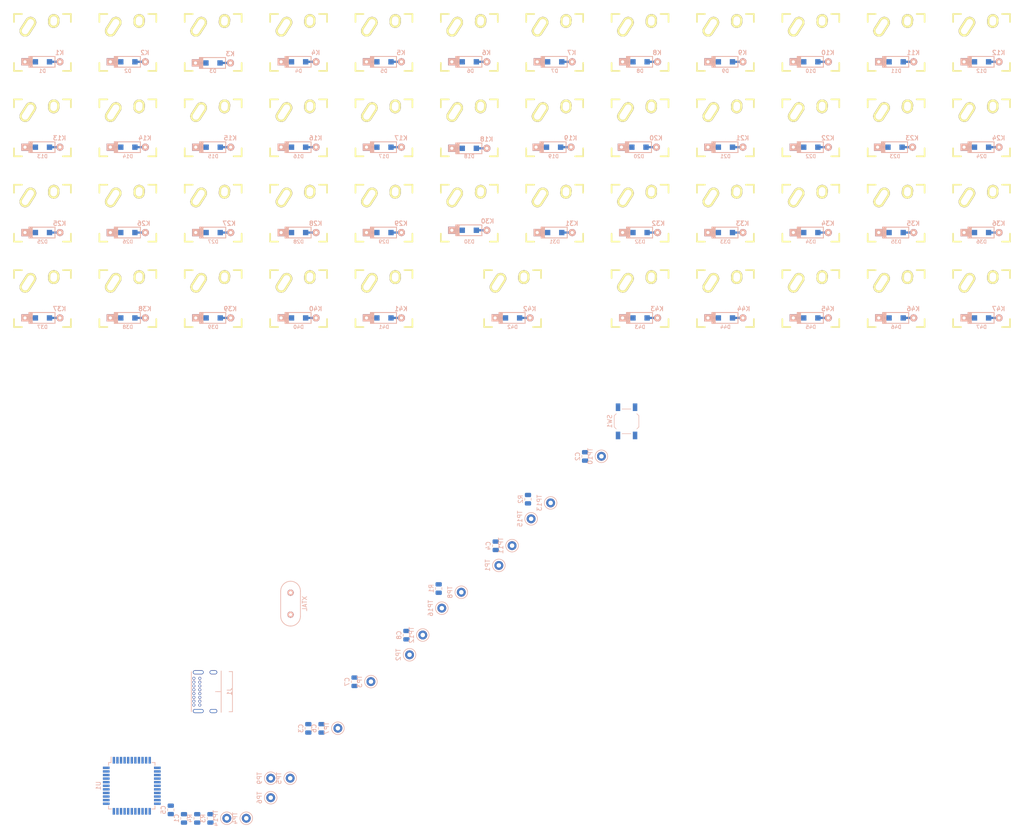
<source format=kicad_pcb>
(kicad_pcb (version 20171130) (host pcbnew "(5.1.0)-1")
  (layers (0 F.Cu signal) (31 B.Cu signal) (34 B.Paste user) (35 F.Paste user) (36 B.SilkS user) (37 F.SilkS user) (38 B.Mask user) (39 F.Mask user) (44 Edge.Cuts user))
  (net 0 "")
  (net 1 "Net-(C1-Pad1)")
  (net 2 "Net-(C2-Pad1)")
  (net 3 VCC)
  (net 4 "Net-(C8-Pad2)")
  (net 5 "Net-(D1-Pad2)")
  (net 6 /row0)
  (net 7 "Net-(D2-Pad2)")
  (net 8 "Net-(D3-Pad2)")
  (net 9 "Net-(D4-Pad2)")
  (net 10 "Net-(D5-Pad2)")
  (net 11 "Net-(D6-Pad2)")
  (net 12 "Net-(D7-Pad2)")
  (net 13 "Net-(D8-Pad2)")
  (net 14 "Net-(D9-Pad2)")
  (net 15 "Net-(D10-Pad2)")
  (net 16 "Net-(D11-Pad2)")
  (net 17 "Net-(D12-Pad2)")
  (net 18 "Net-(D13-Pad2)")
  (net 19 /row1)
  (net 20 "Net-(D14-Pad2)")
  (net 21 "Net-(D15-Pad2)")
  (net 22 "Net-(D16-Pad2)")
  (net 23 "Net-(D17-Pad2)")
  (net 24 "Net-(D18-Pad2)")
  (net 25 "Net-(D19-Pad2)")
  (net 26 "Net-(D20-Pad2)")
  (net 27 "Net-(D21-Pad2)")
  (net 28 "Net-(D22-Pad2)")
  (net 29 "Net-(D23-Pad2)")
  (net 30 "Net-(D24-Pad2)")
  (net 31 "Net-(D25-Pad2)")
  (net 32 /row2)
  (net 33 "Net-(D26-Pad2)")
  (net 34 "Net-(D27-Pad2)")
  (net 35 "Net-(D28-Pad2)")
  (net 36 "Net-(D29-Pad2)")
  (net 37 "Net-(D30-Pad2)")
  (net 38 "Net-(D31-Pad2)")
  (net 39 "Net-(D32-Pad2)")
  (net 40 "Net-(D33-Pad2)")
  (net 41 "Net-(D34-Pad2)")
  (net 42 "Net-(D35-Pad2)")
  (net 43 "Net-(D36-Pad2)")
  (net 44 "Net-(D37-Pad2)")
  (net 45 /row3)
  (net 46 "Net-(D38-Pad2)")
  (net 47 "Net-(D39-Pad2)")
  (net 48 "Net-(D40-Pad2)")
  (net 49 "Net-(D41-Pad2)")
  (net 50 "Net-(D42-Pad2)")
  (net 51 "Net-(D43-Pad2)")
  (net 52 "Net-(D44-Pad2)")
  (net 53 "Net-(D45-Pad2)")
  (net 54 "Net-(D46-Pad2)")
  (net 55 "Net-(D47-Pad2)")
  (net 56 "Net-(J1-PadB5)")
  (net 57 "Net-(J1-PadA6)")
  (net 58 "Net-(J1-PadA7)")
  (net 59 "Net-(J1-PadB8)")
  (net 60 "Net-(J1-PadA8)")
  (net 61 "Net-(J1-PadA5)")
  (net 62 /col0)
  (net 63 /col1)
  (net 64 /col2)
  (net 65 /col3)
  (net 66 /col4)
  (net 67 /col5)
  (net 68 /col6)
  (net 69 /col7)
  (net 70 /col8)
  (net 71 /col9)
  (net 72 /col10)
  (net 73 /col11)
  (net 74 "Net-(R1-Pad1)")
  (net 75 "Net-(R2-Pad2)")
  (net 76 "Net-(R3-Pad1)")
  (net 77 "Net-(R4-Pad1)")
  (net 78 "Net-(U1-Pad1)")
  (net 79 "Net-(U1-Pad8)")
  (net 80 "Net-(U1-Pad9)")
  (net 81 "Net-(U1-Pad10)")
  (net 82 "Net-(U1-Pad11)")
  (net 83 "Net-(U1-Pad12)")
  (net 84 "Net-(U1-Pad22)")
  (net 85 "Net-(U1-Pad36)")
  (net 86 "Net-(U1-Pad37)")
  (net 87 "Net-(U1-Pad42)")
  (net 88 GND)
  (module Capacitor_SMD:C_0805_2012Metric (layer B.Cu) (at 61.301001 230.803001 270)
    (fp_text reference C1 (at 0 1.65 270) (layer B.SilkS) (effects (justify mirror)))
    (fp_text value 22pF)
    (pad 2 smd roundrect (at 0.9375 0 270) (size 0.975 1.4) (layers B.Cu B.Paste B.Mask) (net 88 GND))
    (pad 1 smd roundrect (at -0.9375 0 270) (size 0.975 1.4) (layers B.Cu B.Paste B.Mask) (net 1 "Net-(C1-Pad1)"))
  )
  (module Capacitor_SMD:C_0805_2012Metric (layer B.Cu) (at 150.801001 150.033001 270)
    (fp_text reference C2 (at 0 1.65 270) (layer B.SilkS) (effects (justify mirror)))
    (fp_text value 22pF)
    (pad 1 smd roundrect (at -0.9375 0 270) (size 0.975 1.4) (layers B.Cu B.Paste B.Mask) (net 2 "Net-(C2-Pad1)"))
    (pad 2 smd roundrect (at 0.9375 0 270) (size 0.975 1.4) (layers B.Cu B.Paste B.Mask) (net 88 GND))
  )
  (module Capacitor_SMD:C_0805_2012Metric (layer B.Cu) (at 89.041001 210.713001 270)
    (fp_text reference C3 (at 0 1.65 270) (layer B.SilkS) (effects (justify mirror)))
    (fp_text value 0.1uF)
    (pad 2 smd roundrect (at 0.9375 0 270) (size 0.975 1.4) (layers B.Cu B.Paste B.Mask) (net 88 GND))
    (pad 1 smd roundrect (at -0.9375 0 270) (size 0.975 1.4) (layers B.Cu B.Paste B.Mask) (net 3 VCC))
  )
  (module Capacitor_SMD:C_0805_2012Metric (layer B.Cu) (at 130.861001 169.973001 270)
    (fp_text reference C4 (at 0 1.65 270) (layer B.SilkS) (effects (justify mirror)))
    (fp_text value 0.1uF)
    (pad 1 smd roundrect (at -0.9375 0 270) (size 0.975 1.4) (layers B.Cu B.Paste B.Mask) (net 3 VCC))
    (pad 2 smd roundrect (at 0.9375 0 270) (size 0.975 1.4) (layers B.Cu B.Paste B.Mask) (net 88 GND))
  )
  (module Capacitor_SMD:C_0805_2012Metric (layer B.Cu) (at 58.351001 228.903001 270)
    (fp_text reference C5 (at 0 1.65 270) (layer B.SilkS) (effects (justify mirror)))
    (fp_text value 0.1uF)
    (pad 2 smd roundrect (at 0.9375 0 270) (size 0.975 1.4) (layers B.Cu B.Paste B.Mask) (net 88 GND))
    (pad 1 smd roundrect (at -0.9375 0 270) (size 0.975 1.4) (layers B.Cu B.Paste B.Mask) (net 3 VCC))
  )
  (module Capacitor_SMD:C_0805_2012Metric (layer B.Cu) (at 91.991001 210.713001 270)
    (fp_text reference C6 (at 0 1.65 270) (layer B.SilkS) (effects (justify mirror)))
    (fp_text value 0.1uF)
    (pad 1 smd roundrect (at -0.9375 0 270) (size 0.975 1.4) (layers B.Cu B.Paste B.Mask) (net 3 VCC))
    (pad 2 smd roundrect (at 0.9375 0 270) (size 0.975 1.4) (layers B.Cu B.Paste B.Mask) (net 88 GND))
  )
  (module Capacitor_SMD:C_0805_2012Metric (layer B.Cu) (at 99.361001 200.313001 270)
    (fp_text reference C7 (at 0 1.65 270) (layer B.SilkS) (effects (justify mirror)))
    (fp_text value 0.1uF)
    (pad 2 smd roundrect (at 0.9375 0 270) (size 0.975 1.4) (layers B.Cu B.Paste B.Mask) (net 88 GND))
    (pad 1 smd roundrect (at -0.9375 0 270) (size 0.975 1.4) (layers B.Cu B.Paste B.Mask) (net 3 VCC))
  )
  (module Capacitor_SMD:C_0805_2012Metric (layer B.Cu) (at 110.931001 189.913001 270)
    (fp_text reference C8 (at 0 1.65 270) (layer B.SilkS) (effects (justify mirror)))
    (fp_text value 1uF)
    (pad 1 smd roundrect (at -0.9375 0 270) (size 0.975 1.4) (layers B.Cu B.Paste B.Mask) (net 88 GND))
    (pad 2 smd roundrect (at 0.9375 0 270) (size 0.975 1.4) (layers B.Cu B.Paste B.Mask) (net 4 "Net-(C8-Pad2)"))
  )
  (module keyboard_parts:D_SOD123_axial (layer B.Cu) (at 29.718 61.976)
    (fp_text reference D1 (at 0 2.032) (layer B.SilkS) (effects (font (size 0.8 0.8)) (justify mirror)))
    (fp_text value D hide)
    (pad 2 smd rect (at 1.575 0) (size 1.2 1.2) (layers B.Cu B.Paste B.Mask) (net 5 "Net-(D1-Pad2)"))
    (pad 1 smd rect (at -1.575 0) (size 1.2 1.2) (layers B.Cu B.Paste B.Mask) (net 6 /row0))
    (pad 1 thru_hole rect (at -3.9 0) (size 1.6 1.6) (drill 0.7) (layers *.Cu *.Mask B.SilkS) (net 6 /row0))
    (pad 2 thru_hole circle (at 3.9 0) (size 1.6 1.6) (drill 0.7) (layers *.Cu *.Mask B.SilkS) (net 5 "Net-(D1-Pad2)"))
    (pad 1 smd rect (at -2.7 0) (size 2.5 0.5) (layers B.Cu) (net 6 /row0))
    (pad 2 smd rect (at 2.7 0) (size 2.5 0.5) (layers B.Cu) (net 5 "Net-(D1-Pad2)"))
  )
  (module keyboard_parts:D_SOD123_axial (layer B.Cu) (at 48.768 61.976)
    (fp_text reference D2 (at 0 2.032) (layer B.SilkS) (effects (font (size 0.8 0.8)) (justify mirror)))
    (fp_text value D hide)
    (pad 2 smd rect (at 2.7 0) (size 2.5 0.5) (layers B.Cu) (net 7 "Net-(D2-Pad2)"))
    (pad 1 smd rect (at -2.7 0) (size 2.5 0.5) (layers B.Cu) (net 6 /row0))
    (pad 2 thru_hole circle (at 3.9 0) (size 1.6 1.6) (drill 0.7) (layers *.Cu *.Mask B.SilkS) (net 7 "Net-(D2-Pad2)"))
    (pad 1 thru_hole rect (at -3.9 0) (size 1.6 1.6) (drill 0.7) (layers *.Cu *.Mask B.SilkS) (net 6 /row0))
    (pad 1 smd rect (at -1.575 0) (size 1.2 1.2) (layers B.Cu B.Paste B.Mask) (net 6 /row0))
    (pad 2 smd rect (at 1.575 0) (size 1.2 1.2) (layers B.Cu B.Paste B.Mask) (net 7 "Net-(D2-Pad2)"))
  )
  (module keyboard_parts:D_SOD123_axial (layer B.Cu) (at 67.767 62.23)
    (fp_text reference D3 (at 0 1.778) (layer B.SilkS) (effects (font (size 0.8 0.8)) (justify mirror)))
    (fp_text value D hide)
    (pad 2 smd rect (at 1.575 0) (size 1.2 1.2) (layers B.Cu B.Paste B.Mask) (net 8 "Net-(D3-Pad2)"))
    (pad 1 smd rect (at -1.575 0) (size 1.2 1.2) (layers B.Cu B.Paste B.Mask) (net 6 /row0))
    (pad 1 thru_hole rect (at -3.9 0) (size 1.6 1.6) (drill 0.7) (layers *.Cu *.Mask B.SilkS) (net 6 /row0))
    (pad 2 thru_hole circle (at 3.9 0) (size 1.6 1.6) (drill 0.7) (layers *.Cu *.Mask B.SilkS) (net 8 "Net-(D3-Pad2)"))
    (pad 1 smd rect (at -2.7 0) (size 2.5 0.5) (layers B.Cu) (net 6 /row0))
    (pad 2 smd rect (at 2.7 0) (size 2.5 0.5) (layers B.Cu) (net 8 "Net-(D3-Pad2)"))
  )
  (module keyboard_parts:D_SOD123_axial (layer B.Cu) (at 86.868 61.976)
    (fp_text reference D4 (at 0 2.032) (layer B.SilkS) (effects (font (size 0.8 0.8)) (justify mirror)))
    (fp_text value D hide)
    (pad 2 smd rect (at 2.7 0) (size 2.5 0.5) (layers B.Cu) (net 9 "Net-(D4-Pad2)"))
    (pad 1 smd rect (at -2.7 0) (size 2.5 0.5) (layers B.Cu) (net 6 /row0))
    (pad 2 thru_hole circle (at 3.9 0) (size 1.6 1.6) (drill 0.7) (layers *.Cu *.Mask B.SilkS) (net 9 "Net-(D4-Pad2)"))
    (pad 1 thru_hole rect (at -3.9 0) (size 1.6 1.6) (drill 0.7) (layers *.Cu *.Mask B.SilkS) (net 6 /row0))
    (pad 1 smd rect (at -1.575 0) (size 1.2 1.2) (layers B.Cu B.Paste B.Mask) (net 6 /row0))
    (pad 2 smd rect (at 1.575 0) (size 1.2 1.2) (layers B.Cu B.Paste B.Mask) (net 9 "Net-(D4-Pad2)"))
  )
  (module keyboard_parts:D_SOD123_axial (layer B.Cu) (at 105.918 61.976)
    (fp_text reference D5 (at 0 2.032) (layer B.SilkS) (effects (font (size 0.8 0.8)) (justify mirror)))
    (fp_text value D hide)
    (pad 2 smd rect (at 2.7 0) (size 2.5 0.5) (layers B.Cu) (net 10 "Net-(D5-Pad2)"))
    (pad 1 smd rect (at -2.7 0) (size 2.5 0.5) (layers B.Cu) (net 6 /row0))
    (pad 2 thru_hole circle (at 3.9 0) (size 1.6 1.6) (drill 0.7) (layers *.Cu *.Mask B.SilkS) (net 10 "Net-(D5-Pad2)"))
    (pad 1 thru_hole rect (at -3.9 0) (size 1.6 1.6) (drill 0.7) (layers *.Cu *.Mask B.SilkS) (net 6 /row0))
    (pad 1 smd rect (at -1.575 0) (size 1.2 1.2) (layers B.Cu B.Paste B.Mask) (net 6 /row0))
    (pad 2 smd rect (at 1.575 0) (size 1.2 1.2) (layers B.Cu B.Paste B.Mask) (net 10 "Net-(D5-Pad2)"))
  )
  (module keyboard_parts:D_SOD123_axial (layer B.Cu) (at 124.968 61.976)
    (fp_text reference D6 (at 0.254 2.032) (layer B.SilkS) (effects (font (size 0.8 0.8)) (justify mirror)))
    (fp_text value D hide)
    (pad 2 smd rect (at 1.575 0) (size 1.2 1.2) (layers B.Cu B.Paste B.Mask) (net 11 "Net-(D6-Pad2)"))
    (pad 1 smd rect (at -1.575 0) (size 1.2 1.2) (layers B.Cu B.Paste B.Mask) (net 6 /row0))
    (pad 1 thru_hole rect (at -3.9 0) (size 1.6 1.6) (drill 0.7) (layers *.Cu *.Mask B.SilkS) (net 6 /row0))
    (pad 2 thru_hole circle (at 3.9 0) (size 1.6 1.6) (drill 0.7) (layers *.Cu *.Mask B.SilkS) (net 11 "Net-(D6-Pad2)"))
    (pad 1 smd rect (at -2.7 0) (size 2.5 0.5) (layers B.Cu) (net 6 /row0))
    (pad 2 smd rect (at 2.7 0) (size 2.5 0.5) (layers B.Cu) (net 11 "Net-(D6-Pad2)"))
  )
  (module keyboard_parts:D_SOD123_axial (layer B.Cu) (at 144.018 61.976)
    (fp_text reference D7 (at 0 2.032) (layer B.SilkS) (effects (font (size 0.8 0.8)) (justify mirror)))
    (fp_text value D hide)
    (pad 2 smd rect (at 1.575 0) (size 1.2 1.2) (layers B.Cu B.Paste B.Mask) (net 12 "Net-(D7-Pad2)"))
    (pad 1 smd rect (at -1.575 0) (size 1.2 1.2) (layers B.Cu B.Paste B.Mask) (net 6 /row0))
    (pad 1 thru_hole rect (at -3.9 0) (size 1.6 1.6) (drill 0.7) (layers *.Cu *.Mask B.SilkS) (net 6 /row0))
    (pad 2 thru_hole circle (at 3.9 0) (size 1.6 1.6) (drill 0.7) (layers *.Cu *.Mask B.SilkS) (net 12 "Net-(D7-Pad2)"))
    (pad 1 smd rect (at -2.7 0) (size 2.5 0.5) (layers B.Cu) (net 6 /row0))
    (pad 2 smd rect (at 2.7 0) (size 2.5 0.5) (layers B.Cu) (net 12 "Net-(D7-Pad2)"))
  )
  (module keyboard_parts:D_SOD123_axial (layer B.Cu) (at 163.068 61.976)
    (fp_text reference D8 (at 0 2.032) (layer B.SilkS) (effects (font (size 0.8 0.8)) (justify mirror)))
    (fp_text value D hide)
    (pad 2 smd rect (at 1.575 0) (size 1.2 1.2) (layers B.Cu B.Paste B.Mask) (net 13 "Net-(D8-Pad2)"))
    (pad 1 smd rect (at -1.575 0) (size 1.2 1.2) (layers B.Cu B.Paste B.Mask) (net 6 /row0))
    (pad 1 thru_hole rect (at -3.9 0) (size 1.6 1.6) (drill 0.7) (layers *.Cu *.Mask B.SilkS) (net 6 /row0))
    (pad 2 thru_hole circle (at 3.9 0) (size 1.6 1.6) (drill 0.7) (layers *.Cu *.Mask B.SilkS) (net 13 "Net-(D8-Pad2)"))
    (pad 1 smd rect (at -2.7 0) (size 2.5 0.5) (layers B.Cu) (net 6 /row0))
    (pad 2 smd rect (at 2.7 0) (size 2.5 0.5) (layers B.Cu) (net 13 "Net-(D8-Pad2)"))
  )
  (module keyboard_parts:D_SOD123_axial (layer B.Cu) (at 182.118 61.976)
    (fp_text reference D9 (at 0 2.032) (layer B.SilkS) (effects (font (size 0.8 0.8)) (justify mirror)))
    (fp_text value D hide)
    (pad 2 smd rect (at 1.575 0) (size 1.2 1.2) (layers B.Cu B.Paste B.Mask) (net 14 "Net-(D9-Pad2)"))
    (pad 1 smd rect (at -1.575 0) (size 1.2 1.2) (layers B.Cu B.Paste B.Mask) (net 6 /row0))
    (pad 1 thru_hole rect (at -3.9 0) (size 1.6 1.6) (drill 0.7) (layers *.Cu *.Mask B.SilkS) (net 6 /row0))
    (pad 2 thru_hole circle (at 3.9 0) (size 1.6 1.6) (drill 0.7) (layers *.Cu *.Mask B.SilkS) (net 14 "Net-(D9-Pad2)"))
    (pad 1 smd rect (at -2.7 0) (size 2.5 0.5) (layers B.Cu) (net 6 /row0))
    (pad 2 smd rect (at 2.7 0) (size 2.5 0.5) (layers B.Cu) (net 14 "Net-(D9-Pad2)"))
  )
  (module keyboard_parts:D_SOD123_axial (layer B.Cu) (at 201.168 61.976)
    (fp_text reference D10 (at 0 2.032) (layer B.SilkS) (effects (font (size 0.8 0.8)) (justify mirror)))
    (fp_text value D hide)
    (pad 2 smd rect (at 2.7 0) (size 2.5 0.5) (layers B.Cu) (net 15 "Net-(D10-Pad2)"))
    (pad 1 smd rect (at -2.7 0) (size 2.5 0.5) (layers B.Cu) (net 6 /row0))
    (pad 2 thru_hole circle (at 3.9 0) (size 1.6 1.6) (drill 0.7) (layers *.Cu *.Mask B.SilkS) (net 15 "Net-(D10-Pad2)"))
    (pad 1 thru_hole rect (at -3.9 0) (size 1.6 1.6) (drill 0.7) (layers *.Cu *.Mask B.SilkS) (net 6 /row0))
    (pad 1 smd rect (at -1.575 0) (size 1.2 1.2) (layers B.Cu B.Paste B.Mask) (net 6 /row0))
    (pad 2 smd rect (at 1.575 0) (size 1.2 1.2) (layers B.Cu B.Paste B.Mask) (net 15 "Net-(D10-Pad2)"))
  )
  (module keyboard_parts:D_SOD123_axial (layer B.Cu) (at 220.218 61.976)
    (fp_text reference D11 (at 0 2.032) (layer B.SilkS) (effects (font (size 0.8 0.8)) (justify mirror)))
    (fp_text value D hide)
    (pad 2 smd rect (at 1.575 0) (size 1.2 1.2) (layers B.Cu B.Paste B.Mask) (net 16 "Net-(D11-Pad2)"))
    (pad 1 smd rect (at -1.575 0) (size 1.2 1.2) (layers B.Cu B.Paste B.Mask) (net 6 /row0))
    (pad 1 thru_hole rect (at -3.9 0) (size 1.6 1.6) (drill 0.7) (layers *.Cu *.Mask B.SilkS) (net 6 /row0))
    (pad 2 thru_hole circle (at 3.9 0) (size 1.6 1.6) (drill 0.7) (layers *.Cu *.Mask B.SilkS) (net 16 "Net-(D11-Pad2)"))
    (pad 1 smd rect (at -2.7 0) (size 2.5 0.5) (layers B.Cu) (net 6 /row0))
    (pad 2 smd rect (at 2.7 0) (size 2.5 0.5) (layers B.Cu) (net 16 "Net-(D11-Pad2)"))
  )
  (module keyboard_parts:D_SOD123_axial (layer B.Cu) (at 239.268 61.976)
    (fp_text reference D12 (at 0 2.032) (layer B.SilkS) (effects (font (size 0.8 0.8)) (justify mirror)))
    (fp_text value D hide)
    (pad 2 smd rect (at 2.7 0) (size 2.5 0.5) (layers B.Cu) (net 17 "Net-(D12-Pad2)"))
    (pad 1 smd rect (at -2.7 0) (size 2.5 0.5) (layers B.Cu) (net 6 /row0))
    (pad 2 thru_hole circle (at 3.9 0) (size 1.6 1.6) (drill 0.7) (layers *.Cu *.Mask B.SilkS) (net 17 "Net-(D12-Pad2)"))
    (pad 1 thru_hole rect (at -3.9 0) (size 1.6 1.6) (drill 0.7) (layers *.Cu *.Mask B.SilkS) (net 6 /row0))
    (pad 1 smd rect (at -1.575 0) (size 1.2 1.2) (layers B.Cu B.Paste B.Mask) (net 6 /row0))
    (pad 2 smd rect (at 1.575 0) (size 1.2 1.2) (layers B.Cu B.Paste B.Mask) (net 17 "Net-(D12-Pad2)"))
  )
  (module keyboard_parts:D_SOD123_axial (layer B.Cu) (at 29.718 81.026)
    (fp_text reference D13 (at 0 2.032) (layer B.SilkS) (effects (font (size 0.8 0.8)) (justify mirror)))
    (fp_text value D hide)
    (pad 2 smd rect (at 2.7 0) (size 2.5 0.5) (layers B.Cu) (net 18 "Net-(D13-Pad2)"))
    (pad 1 smd rect (at -2.7 0) (size 2.5 0.5) (layers B.Cu) (net 19 /row1))
    (pad 2 thru_hole circle (at 3.9 0) (size 1.6 1.6) (drill 0.7) (layers *.Cu *.Mask B.SilkS) (net 18 "Net-(D13-Pad2)"))
    (pad 1 thru_hole rect (at -3.9 0) (size 1.6 1.6) (drill 0.7) (layers *.Cu *.Mask B.SilkS) (net 19 /row1))
    (pad 1 smd rect (at -1.575 0) (size 1.2 1.2) (layers B.Cu B.Paste B.Mask) (net 19 /row1))
    (pad 2 smd rect (at 1.575 0) (size 1.2 1.2) (layers B.Cu B.Paste B.Mask) (net 18 "Net-(D13-Pad2)"))
  )
  (module keyboard_parts:D_SOD123_axial (layer B.Cu) (at 48.768 81.026)
    (fp_text reference D14 (at 0 2.032) (layer B.SilkS) (effects (font (size 0.8 0.8)) (justify mirror)))
    (fp_text value D hide)
    (pad 2 smd rect (at 1.575 0) (size 1.2 1.2) (layers B.Cu B.Paste B.Mask) (net 20 "Net-(D14-Pad2)"))
    (pad 1 smd rect (at -1.575 0) (size 1.2 1.2) (layers B.Cu B.Paste B.Mask) (net 19 /row1))
    (pad 1 thru_hole rect (at -3.9 0) (size 1.6 1.6) (drill 0.7) (layers *.Cu *.Mask B.SilkS) (net 19 /row1))
    (pad 2 thru_hole circle (at 3.9 0) (size 1.6 1.6) (drill 0.7) (layers *.Cu *.Mask B.SilkS) (net 20 "Net-(D14-Pad2)"))
    (pad 1 smd rect (at -2.7 0) (size 2.5 0.5) (layers B.Cu) (net 19 /row1))
    (pad 2 smd rect (at 2.7 0) (size 2.5 0.5) (layers B.Cu) (net 20 "Net-(D14-Pad2)"))
  )
  (module keyboard_parts:D_SOD123_axial (layer B.Cu) (at 67.818 81.026)
    (fp_text reference D15 (at 0 2.032) (layer B.SilkS) (effects (font (size 0.8 0.8)) (justify mirror)))
    (fp_text value D hide)
    (pad 2 smd rect (at 1.575 0) (size 1.2 1.2) (layers B.Cu B.Paste B.Mask) (net 21 "Net-(D15-Pad2)"))
    (pad 1 smd rect (at -1.575 0) (size 1.2 1.2) (layers B.Cu B.Paste B.Mask) (net 19 /row1))
    (pad 1 thru_hole rect (at -3.9 0) (size 1.6 1.6) (drill 0.7) (layers *.Cu *.Mask B.SilkS) (net 19 /row1))
    (pad 2 thru_hole circle (at 3.9 0) (size 1.6 1.6) (drill 0.7) (layers *.Cu *.Mask B.SilkS) (net 21 "Net-(D15-Pad2)"))
    (pad 1 smd rect (at -2.7 0) (size 2.5 0.5) (layers B.Cu) (net 19 /row1))
    (pad 2 smd rect (at 2.7 0) (size 2.5 0.5) (layers B.Cu) (net 21 "Net-(D15-Pad2)"))
  )
  (module keyboard_parts:D_SOD123_axial (layer B.Cu) (at 86.868 81.026)
    (fp_text reference D16 (at 0 2.032) (layer B.SilkS) (effects (font (size 0.8 0.8)) (justify mirror)))
    (fp_text value D hide)
    (pad 2 smd rect (at 1.575 0) (size 1.2 1.2) (layers B.Cu B.Paste B.Mask) (net 22 "Net-(D16-Pad2)"))
    (pad 1 smd rect (at -1.575 0) (size 1.2 1.2) (layers B.Cu B.Paste B.Mask) (net 19 /row1))
    (pad 1 thru_hole rect (at -3.9 0) (size 1.6 1.6) (drill 0.7) (layers *.Cu *.Mask B.SilkS) (net 19 /row1))
    (pad 2 thru_hole circle (at 3.9 0) (size 1.6 1.6) (drill 0.7) (layers *.Cu *.Mask B.SilkS) (net 22 "Net-(D16-Pad2)"))
    (pad 1 smd rect (at -2.7 0) (size 2.5 0.5) (layers B.Cu) (net 19 /row1))
    (pad 2 smd rect (at 2.7 0) (size 2.5 0.5) (layers B.Cu) (net 22 "Net-(D16-Pad2)"))
  )
  (module keyboard_parts:D_SOD123_axial (layer B.Cu) (at 105.918 81.026)
    (fp_text reference D17 (at 0 2.032) (layer B.SilkS) (effects (font (size 0.8 0.8)) (justify mirror)))
    (fp_text value D hide)
    (pad 2 smd rect (at 1.575 0) (size 1.2 1.2) (layers B.Cu B.Paste B.Mask) (net 23 "Net-(D17-Pad2)"))
    (pad 1 smd rect (at -1.575 0) (size 1.2 1.2) (layers B.Cu B.Paste B.Mask) (net 19 /row1))
    (pad 1 thru_hole rect (at -3.9 0) (size 1.6 1.6) (drill 0.7) (layers *.Cu *.Mask B.SilkS) (net 19 /row1))
    (pad 2 thru_hole circle (at 3.9 0) (size 1.6 1.6) (drill 0.7) (layers *.Cu *.Mask B.SilkS) (net 23 "Net-(D17-Pad2)"))
    (pad 1 smd rect (at -2.7 0) (size 2.5 0.5) (layers B.Cu) (net 19 /row1))
    (pad 2 smd rect (at 2.7 0) (size 2.5 0.5) (layers B.Cu) (net 23 "Net-(D17-Pad2)"))
  )
  (module keyboard_parts:D_SOD123_axial (layer B.Cu) (at 124.968 81.28)
    (fp_text reference D18 (at 0 1.778) (layer B.SilkS) (effects (font (size 0.8 0.8)) (justify mirror)))
    (fp_text value D hide)
    (pad 2 smd rect (at 2.7 0) (size 2.5 0.5) (layers B.Cu) (net 24 "Net-(D18-Pad2)"))
    (pad 1 smd rect (at -2.7 0) (size 2.5 0.5) (layers B.Cu) (net 19 /row1))
    (pad 2 thru_hole circle (at 3.9 0) (size 1.6 1.6) (drill 0.7) (layers *.Cu *.Mask B.SilkS) (net 24 "Net-(D18-Pad2)"))
    (pad 1 thru_hole rect (at -3.9 0) (size 1.6 1.6) (drill 0.7) (layers *.Cu *.Mask B.SilkS) (net 19 /row1))
    (pad 1 smd rect (at -1.575 0) (size 1.2 1.2) (layers B.Cu B.Paste B.Mask) (net 19 /row1))
    (pad 2 smd rect (at 1.575 0) (size 1.2 1.2) (layers B.Cu B.Paste B.Mask) (net 24 "Net-(D18-Pad2)"))
  )
  (module keyboard_parts:D_SOD123_axial (layer B.Cu) (at 143.764 81.026)
    (fp_text reference D19 (at 0 2.032) (layer B.SilkS) (effects (font (size 0.8 0.8)) (justify mirror)))
    (fp_text value D hide)
    (pad 2 smd rect (at 1.575 0) (size 1.2 1.2) (layers B.Cu B.Paste B.Mask) (net 25 "Net-(D19-Pad2)"))
    (pad 1 smd rect (at -1.575 0) (size 1.2 1.2) (layers B.Cu B.Paste B.Mask) (net 19 /row1))
    (pad 1 thru_hole rect (at -3.9 0) (size 1.6 1.6) (drill 0.7) (layers *.Cu *.Mask B.SilkS) (net 19 /row1))
    (pad 2 thru_hole circle (at 3.9 0) (size 1.6 1.6) (drill 0.7) (layers *.Cu *.Mask B.SilkS) (net 25 "Net-(D19-Pad2)"))
    (pad 1 smd rect (at -2.7 0) (size 2.5 0.5) (layers B.Cu) (net 19 /row1))
    (pad 2 smd rect (at 2.7 0) (size 2.5 0.5) (layers B.Cu) (net 25 "Net-(D19-Pad2)"))
  )
  (module keyboard_parts:D_SOD123_axial (layer B.Cu) (at 162.814 81.026)
    (fp_text reference D20 (at 0 2.032) (layer B.SilkS) (effects (font (size 0.8 0.8)) (justify mirror)))
    (fp_text value D hide)
    (pad 2 smd rect (at 2.7 0) (size 2.5 0.5) (layers B.Cu) (net 26 "Net-(D20-Pad2)"))
    (pad 1 smd rect (at -2.7 0) (size 2.5 0.5) (layers B.Cu) (net 19 /row1))
    (pad 2 thru_hole circle (at 3.9 0) (size 1.6 1.6) (drill 0.7) (layers *.Cu *.Mask B.SilkS) (net 26 "Net-(D20-Pad2)"))
    (pad 1 thru_hole rect (at -3.9 0) (size 1.6 1.6) (drill 0.7) (layers *.Cu *.Mask B.SilkS) (net 19 /row1))
    (pad 1 smd rect (at -1.575 0) (size 1.2 1.2) (layers B.Cu B.Paste B.Mask) (net 19 /row1))
    (pad 2 smd rect (at 1.575 0) (size 1.2 1.2) (layers B.Cu B.Paste B.Mask) (net 26 "Net-(D20-Pad2)"))
  )
  (module keyboard_parts:D_SOD123_axial (layer B.Cu) (at 182.118 81.026)
    (fp_text reference D21 (at 0 2.032) (layer B.SilkS) (effects (font (size 0.8 0.8)) (justify mirror)))
    (fp_text value D hide)
    (pad 2 smd rect (at 2.7 0) (size 2.5 0.5) (layers B.Cu) (net 27 "Net-(D21-Pad2)"))
    (pad 1 smd rect (at -2.7 0) (size 2.5 0.5) (layers B.Cu) (net 19 /row1))
    (pad 2 thru_hole circle (at 3.9 0) (size 1.6 1.6) (drill 0.7) (layers *.Cu *.Mask B.SilkS) (net 27 "Net-(D21-Pad2)"))
    (pad 1 thru_hole rect (at -3.9 0) (size 1.6 1.6) (drill 0.7) (layers *.Cu *.Mask B.SilkS) (net 19 /row1))
    (pad 1 smd rect (at -1.575 0) (size 1.2 1.2) (layers B.Cu B.Paste B.Mask) (net 19 /row1))
    (pad 2 smd rect (at 1.575 0) (size 1.2 1.2) (layers B.Cu B.Paste B.Mask) (net 27 "Net-(D21-Pad2)"))
  )
  (module keyboard_parts:D_SOD123_axial (layer B.Cu) (at 201.168 81.026)
    (fp_text reference D22 (at 0 2.032) (layer B.SilkS) (effects (font (size 0.8 0.8)) (justify mirror)))
    (fp_text value D hide)
    (pad 2 smd rect (at 1.575 0) (size 1.2 1.2) (layers B.Cu B.Paste B.Mask) (net 28 "Net-(D22-Pad2)"))
    (pad 1 smd rect (at -1.575 0) (size 1.2 1.2) (layers B.Cu B.Paste B.Mask) (net 19 /row1))
    (pad 1 thru_hole rect (at -3.9 0) (size 1.6 1.6) (drill 0.7) (layers *.Cu *.Mask B.SilkS) (net 19 /row1))
    (pad 2 thru_hole circle (at 3.9 0) (size 1.6 1.6) (drill 0.7) (layers *.Cu *.Mask B.SilkS) (net 28 "Net-(D22-Pad2)"))
    (pad 1 smd rect (at -2.7 0) (size 2.5 0.5) (layers B.Cu) (net 19 /row1))
    (pad 2 smd rect (at 2.7 0) (size 2.5 0.5) (layers B.Cu) (net 28 "Net-(D22-Pad2)"))
  )
  (module keyboard_parts:D_SOD123_axial (layer B.Cu) (at 219.964 81.026)
    (fp_text reference D23 (at 0 2.032) (layer B.SilkS) (effects (font (size 0.8 0.8)) (justify mirror)))
    (fp_text value D hide)
    (pad 2 smd rect (at 2.7 0) (size 2.5 0.5) (layers B.Cu) (net 29 "Net-(D23-Pad2)"))
    (pad 1 smd rect (at -2.7 0) (size 2.5 0.5) (layers B.Cu) (net 19 /row1))
    (pad 2 thru_hole circle (at 3.9 0) (size 1.6 1.6) (drill 0.7) (layers *.Cu *.Mask B.SilkS) (net 29 "Net-(D23-Pad2)"))
    (pad 1 thru_hole rect (at -3.9 0) (size 1.6 1.6) (drill 0.7) (layers *.Cu *.Mask B.SilkS) (net 19 /row1))
    (pad 1 smd rect (at -1.575 0) (size 1.2 1.2) (layers B.Cu B.Paste B.Mask) (net 19 /row1))
    (pad 2 smd rect (at 1.575 0) (size 1.2 1.2) (layers B.Cu B.Paste B.Mask) (net 29 "Net-(D23-Pad2)"))
  )
  (module keyboard_parts:D_SOD123_axial (layer B.Cu) (at 239.268 81.026)
    (fp_text reference D24 (at 0 2.032) (layer B.SilkS) (effects (font (size 0.8 0.8)) (justify mirror)))
    (fp_text value D hide)
    (pad 2 smd rect (at 2.7 0) (size 2.5 0.5) (layers B.Cu) (net 30 "Net-(D24-Pad2)"))
    (pad 1 smd rect (at -2.7 0) (size 2.5 0.5) (layers B.Cu) (net 19 /row1))
    (pad 2 thru_hole circle (at 3.9 0) (size 1.6 1.6) (drill 0.7) (layers *.Cu *.Mask B.SilkS) (net 30 "Net-(D24-Pad2)"))
    (pad 1 thru_hole rect (at -3.9 0) (size 1.6 1.6) (drill 0.7) (layers *.Cu *.Mask B.SilkS) (net 19 /row1))
    (pad 1 smd rect (at -1.575 0) (size 1.2 1.2) (layers B.Cu B.Paste B.Mask) (net 19 /row1))
    (pad 2 smd rect (at 1.575 0) (size 1.2 1.2) (layers B.Cu B.Paste B.Mask) (net 30 "Net-(D24-Pad2)"))
  )
  (module keyboard_parts:D_SOD123_axial (layer B.Cu) (at 29.718 100.076)
    (fp_text reference D25 (at 0 2.032) (layer B.SilkS) (effects (font (size 0.8 0.8)) (justify mirror)))
    (fp_text value D hide)
    (pad 2 smd rect (at 2.7 0) (size 2.5 0.5) (layers B.Cu) (net 31 "Net-(D25-Pad2)"))
    (pad 1 smd rect (at -2.7 0) (size 2.5 0.5) (layers B.Cu) (net 32 /row2))
    (pad 2 thru_hole circle (at 3.9 0) (size 1.6 1.6) (drill 0.7) (layers *.Cu *.Mask B.SilkS) (net 31 "Net-(D25-Pad2)"))
    (pad 1 thru_hole rect (at -3.9 0) (size 1.6 1.6) (drill 0.7) (layers *.Cu *.Mask B.SilkS) (net 32 /row2))
    (pad 1 smd rect (at -1.575 0) (size 1.2 1.2) (layers B.Cu B.Paste B.Mask) (net 32 /row2))
    (pad 2 smd rect (at 1.575 0) (size 1.2 1.2) (layers B.Cu B.Paste B.Mask) (net 31 "Net-(D25-Pad2)"))
  )
  (module keyboard_parts:D_SOD123_axial (layer B.Cu) (at 48.768 100.076)
    (fp_text reference D26 (at 0 2.032) (layer B.SilkS) (effects (font (size 0.8 0.8)) (justify mirror)))
    (fp_text value D hide)
    (pad 2 smd rect (at 1.575 0) (size 1.2 1.2) (layers B.Cu B.Paste B.Mask) (net 33 "Net-(D26-Pad2)"))
    (pad 1 smd rect (at -1.575 0) (size 1.2 1.2) (layers B.Cu B.Paste B.Mask) (net 32 /row2))
    (pad 1 thru_hole rect (at -3.9 0) (size 1.6 1.6) (drill 0.7) (layers *.Cu *.Mask B.SilkS) (net 32 /row2))
    (pad 2 thru_hole circle (at 3.9 0) (size 1.6 1.6) (drill 0.7) (layers *.Cu *.Mask B.SilkS) (net 33 "Net-(D26-Pad2)"))
    (pad 1 smd rect (at -2.7 0) (size 2.5 0.5) (layers B.Cu) (net 32 /row2))
    (pad 2 smd rect (at 2.7 0) (size 2.5 0.5) (layers B.Cu) (net 33 "Net-(D26-Pad2)"))
  )
  (module keyboard_parts:D_SOD123_axial (layer B.Cu) (at 67.818 100.076)
    (fp_text reference D27 (at 0 2.032) (layer B.SilkS) (effects (font (size 0.8 0.8)) (justify mirror)))
    (fp_text value D hide)
    (pad 2 smd rect (at 1.575 0) (size 1.2 1.2) (layers B.Cu B.Paste B.Mask) (net 34 "Net-(D27-Pad2)"))
    (pad 1 smd rect (at -1.575 0) (size 1.2 1.2) (layers B.Cu B.Paste B.Mask) (net 32 /row2))
    (pad 1 thru_hole rect (at -3.9 0) (size 1.6 1.6) (drill 0.7) (layers *.Cu *.Mask B.SilkS) (net 32 /row2))
    (pad 2 thru_hole circle (at 3.9 0) (size 1.6 1.6) (drill 0.7) (layers *.Cu *.Mask B.SilkS) (net 34 "Net-(D27-Pad2)"))
    (pad 1 smd rect (at -2.7 0) (size 2.5 0.5) (layers B.Cu) (net 32 /row2))
    (pad 2 smd rect (at 2.7 0) (size 2.5 0.5) (layers B.Cu) (net 34 "Net-(D27-Pad2)"))
  )
  (module keyboard_parts:D_SOD123_axial (layer B.Cu) (at 86.868 100.076)
    (fp_text reference D28 (at 0 2.032) (layer B.SilkS) (effects (font (size 0.8 0.8)) (justify mirror)))
    (fp_text value D hide)
    (pad 2 smd rect (at 1.575 0) (size 1.2 1.2) (layers B.Cu B.Paste B.Mask) (net 35 "Net-(D28-Pad2)"))
    (pad 1 smd rect (at -1.575 0) (size 1.2 1.2) (layers B.Cu B.Paste B.Mask) (net 32 /row2))
    (pad 1 thru_hole rect (at -3.9 0) (size 1.6 1.6) (drill 0.7) (layers *.Cu *.Mask B.SilkS) (net 32 /row2))
    (pad 2 thru_hole circle (at 3.9 0) (size 1.6 1.6) (drill 0.7) (layers *.Cu *.Mask B.SilkS) (net 35 "Net-(D28-Pad2)"))
    (pad 1 smd rect (at -2.7 0) (size 2.5 0.5) (layers B.Cu) (net 32 /row2))
    (pad 2 smd rect (at 2.7 0) (size 2.5 0.5) (layers B.Cu) (net 35 "Net-(D28-Pad2)"))
  )
  (module keyboard_parts:D_SOD123_axial (layer B.Cu) (at 105.918 100.076)
    (fp_text reference D29 (at 0 2.032) (layer B.SilkS) (effects (font (size 0.8 0.8)) (justify mirror)))
    (fp_text value D hide)
    (pad 2 smd rect (at 2.7 0) (size 2.5 0.5) (layers B.Cu) (net 36 "Net-(D29-Pad2)"))
    (pad 1 smd rect (at -2.7 0) (size 2.5 0.5) (layers B.Cu) (net 32 /row2))
    (pad 2 thru_hole circle (at 3.9 0) (size 1.6 1.6) (drill 0.7) (layers *.Cu *.Mask B.SilkS) (net 36 "Net-(D29-Pad2)"))
    (pad 1 thru_hole rect (at -3.9 0) (size 1.6 1.6) (drill 0.7) (layers *.Cu *.Mask B.SilkS) (net 32 /row2))
    (pad 1 smd rect (at -1.575 0) (size 1.2 1.2) (layers B.Cu B.Paste B.Mask) (net 32 /row2))
    (pad 2 smd rect (at 1.575 0) (size 1.2 1.2) (layers B.Cu B.Paste B.Mask) (net 36 "Net-(D29-Pad2)"))
  )
  (module keyboard_parts:D_SOD123_axial (layer B.Cu) (at 124.968 99.568)
    (fp_text reference D30 (at 0 2.54) (layer B.SilkS) (effects (font (size 0.8 0.8)) (justify mirror)))
    (fp_text value D hide)
    (pad 2 smd rect (at 1.575 0) (size 1.2 1.2) (layers B.Cu B.Paste B.Mask) (net 37 "Net-(D30-Pad2)"))
    (pad 1 smd rect (at -1.575 0) (size 1.2 1.2) (layers B.Cu B.Paste B.Mask) (net 32 /row2))
    (pad 1 thru_hole rect (at -3.9 0) (size 1.6 1.6) (drill 0.7) (layers *.Cu *.Mask B.SilkS) (net 32 /row2))
    (pad 2 thru_hole circle (at 3.9 0) (size 1.6 1.6) (drill 0.7) (layers *.Cu *.Mask B.SilkS) (net 37 "Net-(D30-Pad2)"))
    (pad 1 smd rect (at -2.7 0) (size 2.5 0.5) (layers B.Cu) (net 32 /row2))
    (pad 2 smd rect (at 2.7 0) (size 2.5 0.5) (layers B.Cu) (net 37 "Net-(D30-Pad2)"))
  )
  (module keyboard_parts:D_SOD123_axial (layer B.Cu) (at 144.018 100.076)
    (fp_text reference D31 (at 0 2.032) (layer B.SilkS) (effects (font (size 0.8 0.8)) (justify mirror)))
    (fp_text value D hide)
    (pad 2 smd rect (at 1.575 0) (size 1.2 1.2) (layers B.Cu B.Paste B.Mask) (net 38 "Net-(D31-Pad2)"))
    (pad 1 smd rect (at -1.575 0) (size 1.2 1.2) (layers B.Cu B.Paste B.Mask) (net 32 /row2))
    (pad 1 thru_hole rect (at -3.9 0) (size 1.6 1.6) (drill 0.7) (layers *.Cu *.Mask B.SilkS) (net 32 /row2))
    (pad 2 thru_hole circle (at 3.9 0) (size 1.6 1.6) (drill 0.7) (layers *.Cu *.Mask B.SilkS) (net 38 "Net-(D31-Pad2)"))
    (pad 1 smd rect (at -2.7 0) (size 2.5 0.5) (layers B.Cu) (net 32 /row2))
    (pad 2 smd rect (at 2.7 0) (size 2.5 0.5) (layers B.Cu) (net 38 "Net-(D31-Pad2)"))
  )
  (module keyboard_parts:D_SOD123_axial (layer B.Cu) (at 163.068 100.076)
    (fp_text reference D32 (at 0 2.032) (layer B.SilkS) (effects (font (size 0.8 0.8)) (justify mirror)))
    (fp_text value D hide)
    (pad 2 smd rect (at 2.7 0) (size 2.5 0.5) (layers B.Cu) (net 39 "Net-(D32-Pad2)"))
    (pad 1 smd rect (at -2.7 0) (size 2.5 0.5) (layers B.Cu) (net 32 /row2))
    (pad 2 thru_hole circle (at 3.9 0) (size 1.6 1.6) (drill 0.7) (layers *.Cu *.Mask B.SilkS) (net 39 "Net-(D32-Pad2)"))
    (pad 1 thru_hole rect (at -3.9 0) (size 1.6 1.6) (drill 0.7) (layers *.Cu *.Mask B.SilkS) (net 32 /row2))
    (pad 1 smd rect (at -1.575 0) (size 1.2 1.2) (layers B.Cu B.Paste B.Mask) (net 32 /row2))
    (pad 2 smd rect (at 1.575 0) (size 1.2 1.2) (layers B.Cu B.Paste B.Mask) (net 39 "Net-(D32-Pad2)"))
  )
  (module keyboard_parts:D_SOD123_axial (layer B.Cu) (at 182.118 100.076)
    (fp_text reference D33 (at 0 2.032) (layer B.SilkS) (effects (font (size 0.8 0.8)) (justify mirror)))
    (fp_text value D hide)
    (pad 2 smd rect (at 2.7 0) (size 2.5 0.5) (layers B.Cu) (net 40 "Net-(D33-Pad2)"))
    (pad 1 smd rect (at -2.7 0) (size 2.5 0.5) (layers B.Cu) (net 32 /row2))
    (pad 2 thru_hole circle (at 3.9 0) (size 1.6 1.6) (drill 0.7) (layers *.Cu *.Mask B.SilkS) (net 40 "Net-(D33-Pad2)"))
    (pad 1 thru_hole rect (at -3.9 0) (size 1.6 1.6) (drill 0.7) (layers *.Cu *.Mask B.SilkS) (net 32 /row2))
    (pad 1 smd rect (at -1.575 0) (size 1.2 1.2) (layers B.Cu B.Paste B.Mask) (net 32 /row2))
    (pad 2 smd rect (at 1.575 0) (size 1.2 1.2) (layers B.Cu B.Paste B.Mask) (net 40 "Net-(D33-Pad2)"))
  )
  (module keyboard_parts:D_SOD123_axial (layer B.Cu) (at 201.168 100.076)
    (fp_text reference D34 (at 0 2.032) (layer B.SilkS) (effects (font (size 0.8 0.8)) (justify mirror)))
    (fp_text value D hide)
    (pad 2 smd rect (at 2.7 0) (size 2.5 0.5) (layers B.Cu) (net 41 "Net-(D34-Pad2)"))
    (pad 1 smd rect (at -2.7 0) (size 2.5 0.5) (layers B.Cu) (net 32 /row2))
    (pad 2 thru_hole circle (at 3.9 0) (size 1.6 1.6) (drill 0.7) (layers *.Cu *.Mask B.SilkS) (net 41 "Net-(D34-Pad2)"))
    (pad 1 thru_hole rect (at -3.9 0) (size 1.6 1.6) (drill 0.7) (layers *.Cu *.Mask B.SilkS) (net 32 /row2))
    (pad 1 smd rect (at -1.575 0) (size 1.2 1.2) (layers B.Cu B.Paste B.Mask) (net 32 /row2))
    (pad 2 smd rect (at 1.575 0) (size 1.2 1.2) (layers B.Cu B.Paste B.Mask) (net 41 "Net-(D34-Pad2)"))
  )
  (module keyboard_parts:D_SOD123_axial (layer B.Cu) (at 220.218 100.076)
    (fp_text reference D35 (at 0 2.032) (layer B.SilkS) (effects (font (size 0.8 0.8)) (justify mirror)))
    (fp_text value D hide)
    (pad 2 smd rect (at 1.575 0) (size 1.2 1.2) (layers B.Cu B.Paste B.Mask) (net 42 "Net-(D35-Pad2)"))
    (pad 1 smd rect (at -1.575 0) (size 1.2 1.2) (layers B.Cu B.Paste B.Mask) (net 32 /row2))
    (pad 1 thru_hole rect (at -3.9 0) (size 1.6 1.6) (drill 0.7) (layers *.Cu *.Mask B.SilkS) (net 32 /row2))
    (pad 2 thru_hole circle (at 3.9 0) (size 1.6 1.6) (drill 0.7) (layers *.Cu *.Mask B.SilkS) (net 42 "Net-(D35-Pad2)"))
    (pad 1 smd rect (at -2.7 0) (size 2.5 0.5) (layers B.Cu) (net 32 /row2))
    (pad 2 smd rect (at 2.7 0) (size 2.5 0.5) (layers B.Cu) (net 42 "Net-(D35-Pad2)"))
  )
  (module keyboard_parts:D_SOD123_axial (layer B.Cu) (at 239.268 100.076)
    (fp_text reference D36 (at 0 2.032) (layer B.SilkS) (effects (font (size 0.8 0.8)) (justify mirror)))
    (fp_text value D hide)
    (pad 2 smd rect (at 2.7 0) (size 2.5 0.5) (layers B.Cu) (net 43 "Net-(D36-Pad2)"))
    (pad 1 smd rect (at -2.7 0) (size 2.5 0.5) (layers B.Cu) (net 32 /row2))
    (pad 2 thru_hole circle (at 3.9 0) (size 1.6 1.6) (drill 0.7) (layers *.Cu *.Mask B.SilkS) (net 43 "Net-(D36-Pad2)"))
    (pad 1 thru_hole rect (at -3.9 0) (size 1.6 1.6) (drill 0.7) (layers *.Cu *.Mask B.SilkS) (net 32 /row2))
    (pad 1 smd rect (at -1.575 0) (size 1.2 1.2) (layers B.Cu B.Paste B.Mask) (net 32 /row2))
    (pad 2 smd rect (at 1.575 0) (size 1.2 1.2) (layers B.Cu B.Paste B.Mask) (net 43 "Net-(D36-Pad2)"))
  )
  (module keyboard_parts:D_SOD123_axial (layer B.Cu) (at 29.718 119.126)
    (fp_text reference D37 (at 0 2.032) (layer B.SilkS) (effects (font (size 0.8 0.8)) (justify mirror)))
    (fp_text value D hide)
    (pad 2 smd rect (at 2.7 0) (size 2.5 0.5) (layers B.Cu) (net 44 "Net-(D37-Pad2)"))
    (pad 1 smd rect (at -2.7 0) (size 2.5 0.5) (layers B.Cu) (net 45 /row3))
    (pad 2 thru_hole circle (at 3.9 0) (size 1.6 1.6) (drill 0.7) (layers *.Cu *.Mask B.SilkS) (net 44 "Net-(D37-Pad2)"))
    (pad 1 thru_hole rect (at -3.9 0) (size 1.6 1.6) (drill 0.7) (layers *.Cu *.Mask B.SilkS) (net 45 /row3))
    (pad 1 smd rect (at -1.575 0) (size 1.2 1.2) (layers B.Cu B.Paste B.Mask) (net 45 /row3))
    (pad 2 smd rect (at 1.575 0) (size 1.2 1.2) (layers B.Cu B.Paste B.Mask) (net 44 "Net-(D37-Pad2)"))
  )
  (module keyboard_parts:D_SOD123_axial (layer B.Cu) (at 48.768 119.126)
    (fp_text reference D38 (at 0 2.032) (layer B.SilkS) (effects (font (size 0.8 0.8)) (justify mirror)))
    (fp_text value D hide)
    (pad 2 smd rect (at 1.575 0) (size 1.2 1.2) (layers B.Cu B.Paste B.Mask) (net 46 "Net-(D38-Pad2)"))
    (pad 1 smd rect (at -1.575 0) (size 1.2 1.2) (layers B.Cu B.Paste B.Mask) (net 45 /row3))
    (pad 1 thru_hole rect (at -3.9 0) (size 1.6 1.6) (drill 0.7) (layers *.Cu *.Mask B.SilkS) (net 45 /row3))
    (pad 2 thru_hole circle (at 3.9 0) (size 1.6 1.6) (drill 0.7) (layers *.Cu *.Mask B.SilkS) (net 46 "Net-(D38-Pad2)"))
    (pad 1 smd rect (at -2.7 0) (size 2.5 0.5) (layers B.Cu) (net 45 /row3))
    (pad 2 smd rect (at 2.7 0) (size 2.5 0.5) (layers B.Cu) (net 46 "Net-(D38-Pad2)"))
  )
  (module keyboard_parts:D_SOD123_axial (layer B.Cu) (at 67.818 119.126)
    (fp_text reference D39 (at 0 2.032) (layer B.SilkS) (effects (font (size 0.8 0.8)) (justify mirror)))
    (fp_text value D hide)
    (pad 2 smd rect (at 2.7 0) (size 2.5 0.5) (layers B.Cu) (net 47 "Net-(D39-Pad2)"))
    (pad 1 smd rect (at -2.7 0) (size 2.5 0.5) (layers B.Cu) (net 45 /row3))
    (pad 2 thru_hole circle (at 3.9 0) (size 1.6 1.6) (drill 0.7) (layers *.Cu *.Mask B.SilkS) (net 47 "Net-(D39-Pad2)"))
    (pad 1 thru_hole rect (at -3.9 0) (size 1.6 1.6) (drill 0.7) (layers *.Cu *.Mask B.SilkS) (net 45 /row3))
    (pad 1 smd rect (at -1.575 0) (size 1.2 1.2) (layers B.Cu B.Paste B.Mask) (net 45 /row3))
    (pad 2 smd rect (at 1.575 0) (size 1.2 1.2) (layers B.Cu B.Paste B.Mask) (net 47 "Net-(D39-Pad2)"))
  )
  (module keyboard_parts:D_SOD123_axial (layer B.Cu) (at 86.868 119.126)
    (fp_text reference D40 (at 0 2.032) (layer B.SilkS) (effects (font (size 0.8 0.8)) (justify mirror)))
    (fp_text value D hide)
    (pad 2 smd rect (at 1.575 0) (size 1.2 1.2) (layers B.Cu B.Paste B.Mask) (net 48 "Net-(D40-Pad2)"))
    (pad 1 smd rect (at -1.575 0) (size 1.2 1.2) (layers B.Cu B.Paste B.Mask) (net 45 /row3))
    (pad 1 thru_hole rect (at -3.9 0) (size 1.6 1.6) (drill 0.7) (layers *.Cu *.Mask B.SilkS) (net 45 /row3))
    (pad 2 thru_hole circle (at 3.9 0) (size 1.6 1.6) (drill 0.7) (layers *.Cu *.Mask B.SilkS) (net 48 "Net-(D40-Pad2)"))
    (pad 1 smd rect (at -2.7 0) (size 2.5 0.5) (layers B.Cu) (net 45 /row3))
    (pad 2 smd rect (at 2.7 0) (size 2.5 0.5) (layers B.Cu) (net 48 "Net-(D40-Pad2)"))
  )
  (module keyboard_parts:D_SOD123_axial (layer B.Cu) (at 105.918 119.126)
    (fp_text reference D41 (at 0 2.032) (layer B.SilkS) (effects (font (size 0.8 0.8)) (justify mirror)))
    (fp_text value D hide)
    (pad 2 smd rect (at 2.7 0) (size 2.5 0.5) (layers B.Cu) (net 49 "Net-(D41-Pad2)"))
    (pad 1 smd rect (at -2.7 0) (size 2.5 0.5) (layers B.Cu) (net 45 /row3))
    (pad 2 thru_hole circle (at 3.9 0) (size 1.6 1.6) (drill 0.7) (layers *.Cu *.Mask B.SilkS) (net 49 "Net-(D41-Pad2)"))
    (pad 1 thru_hole rect (at -3.9 0) (size 1.6 1.6) (drill 0.7) (layers *.Cu *.Mask B.SilkS) (net 45 /row3))
    (pad 1 smd rect (at -1.575 0) (size 1.2 1.2) (layers B.Cu B.Paste B.Mask) (net 45 /row3))
    (pad 2 smd rect (at 1.575 0) (size 1.2 1.2) (layers B.Cu B.Paste B.Mask) (net 49 "Net-(D41-Pad2)"))
  )
  (module keyboard_parts:D_SOD123_axial (layer B.Cu) (at 134.62 119.126)
    (fp_text reference D42 (at 0 2.032) (layer B.SilkS) (effects (font (size 0.8 0.8)) (justify mirror)))
    (fp_text value D hide)
    (pad 2 smd rect (at 2.7 0) (size 2.5 0.5) (layers B.Cu) (net 50 "Net-(D42-Pad2)"))
    (pad 1 smd rect (at -2.7 0) (size 2.5 0.5) (layers B.Cu) (net 45 /row3))
    (pad 2 thru_hole circle (at 3.9 0) (size 1.6 1.6) (drill 0.7) (layers *.Cu *.Mask B.SilkS) (net 50 "Net-(D42-Pad2)"))
    (pad 1 thru_hole rect (at -3.9 0) (size 1.6 1.6) (drill 0.7) (layers *.Cu *.Mask B.SilkS) (net 45 /row3))
    (pad 1 smd rect (at -1.575 0) (size 1.2 1.2) (layers B.Cu B.Paste B.Mask) (net 45 /row3))
    (pad 2 smd rect (at 1.575 0) (size 1.2 1.2) (layers B.Cu B.Paste B.Mask) (net 50 "Net-(D42-Pad2)"))
  )
  (module keyboard_parts:D_SOD123_axial (layer B.Cu) (at 163.068 119.126)
    (fp_text reference D43 (at 0 2.032) (layer B.SilkS) (effects (font (size 0.8 0.8)) (justify mirror)))
    (fp_text value D hide)
    (pad 2 smd rect (at 2.7 0) (size 2.5 0.5) (layers B.Cu) (net 51 "Net-(D43-Pad2)"))
    (pad 1 smd rect (at -2.7 0) (size 2.5 0.5) (layers B.Cu) (net 45 /row3))
    (pad 2 thru_hole circle (at 3.9 0) (size 1.6 1.6) (drill 0.7) (layers *.Cu *.Mask B.SilkS) (net 51 "Net-(D43-Pad2)"))
    (pad 1 thru_hole rect (at -3.9 0) (size 1.6 1.6) (drill 0.7) (layers *.Cu *.Mask B.SilkS) (net 45 /row3))
    (pad 1 smd rect (at -1.575 0) (size 1.2 1.2) (layers B.Cu B.Paste B.Mask) (net 45 /row3))
    (pad 2 smd rect (at 1.575 0) (size 1.2 1.2) (layers B.Cu B.Paste B.Mask) (net 51 "Net-(D43-Pad2)"))
  )
  (module keyboard_parts:D_SOD123_axial (layer B.Cu) (at 182.118 119.126)
    (fp_text reference D44 (at 0 2.032) (layer B.SilkS) (effects (font (size 0.8 0.8)) (justify mirror)))
    (fp_text value D hide)
    (pad 2 smd rect (at 1.575 0) (size 1.2 1.2) (layers B.Cu B.Paste B.Mask) (net 52 "Net-(D44-Pad2)"))
    (pad 1 smd rect (at -1.575 0) (size 1.2 1.2) (layers B.Cu B.Paste B.Mask) (net 45 /row3))
    (pad 1 thru_hole rect (at -3.9 0) (size 1.6 1.6) (drill 0.7) (layers *.Cu *.Mask B.SilkS) (net 45 /row3))
    (pad 2 thru_hole circle (at 3.9 0) (size 1.6 1.6) (drill 0.7) (layers *.Cu *.Mask B.SilkS) (net 52 "Net-(D44-Pad2)"))
    (pad 1 smd rect (at -2.7 0) (size 2.5 0.5) (layers B.Cu) (net 45 /row3))
    (pad 2 smd rect (at 2.7 0) (size 2.5 0.5) (layers B.Cu) (net 52 "Net-(D44-Pad2)"))
  )
  (module keyboard_parts:D_SOD123_axial (layer B.Cu) (at 201.168 119.126)
    (fp_text reference D45 (at 0 2.032) (layer B.SilkS) (effects (font (size 0.8 0.8)) (justify mirror)))
    (fp_text value D hide)
    (pad 2 smd rect (at 1.575 0) (size 1.2 1.2) (layers B.Cu B.Paste B.Mask) (net 53 "Net-(D45-Pad2)"))
    (pad 1 smd rect (at -1.575 0) (size 1.2 1.2) (layers B.Cu B.Paste B.Mask) (net 45 /row3))
    (pad 1 thru_hole rect (at -3.9 0) (size 1.6 1.6) (drill 0.7) (layers *.Cu *.Mask B.SilkS) (net 45 /row3))
    (pad 2 thru_hole circle (at 3.9 0) (size 1.6 1.6) (drill 0.7) (layers *.Cu *.Mask B.SilkS) (net 53 "Net-(D45-Pad2)"))
    (pad 1 smd rect (at -2.7 0) (size 2.5 0.5) (layers B.Cu) (net 45 /row3))
    (pad 2 smd rect (at 2.7 0) (size 2.5 0.5) (layers B.Cu) (net 53 "Net-(D45-Pad2)"))
  )
  (module keyboard_parts:D_SOD123_axial (layer B.Cu) (at 220.218 119.126)
    (fp_text reference D46 (at 0 2.032) (layer B.SilkS) (effects (font (size 0.8 0.8)) (justify mirror)))
    (fp_text value D hide)
    (pad 2 smd rect (at 2.7 0) (size 2.5 0.5) (layers B.Cu) (net 54 "Net-(D46-Pad2)"))
    (pad 1 smd rect (at -2.7 0) (size 2.5 0.5) (layers B.Cu) (net 45 /row3))
    (pad 2 thru_hole circle (at 3.9 0) (size 1.6 1.6) (drill 0.7) (layers *.Cu *.Mask B.SilkS) (net 54 "Net-(D46-Pad2)"))
    (pad 1 thru_hole rect (at -3.9 0) (size 1.6 1.6) (drill 0.7) (layers *.Cu *.Mask B.SilkS) (net 45 /row3))
    (pad 1 smd rect (at -1.575 0) (size 1.2 1.2) (layers B.Cu B.Paste B.Mask) (net 45 /row3))
    (pad 2 smd rect (at 1.575 0) (size 1.2 1.2) (layers B.Cu B.Paste B.Mask) (net 54 "Net-(D46-Pad2)"))
  )
  (module keyboard_parts:D_SOD123_axial (layer B.Cu) (at 239.268 119.126)
    (fp_text reference D47 (at 0 2.032) (layer B.SilkS) (effects (font (size 0.8 0.8)) (justify mirror)))
    (fp_text value D hide)
    (pad 2 smd rect (at 1.575 0) (size 1.2 1.2) (layers B.Cu B.Paste B.Mask) (net 55 "Net-(D47-Pad2)"))
    (pad 1 smd rect (at -1.575 0) (size 1.2 1.2) (layers B.Cu B.Paste B.Mask) (net 45 /row3))
    (pad 1 thru_hole rect (at -3.9 0) (size 1.6 1.6) (drill 0.7) (layers *.Cu *.Mask B.SilkS) (net 45 /row3))
    (pad 2 thru_hole circle (at 3.9 0) (size 1.6 1.6) (drill 0.7) (layers *.Cu *.Mask B.SilkS) (net 55 "Net-(D47-Pad2)"))
    (pad 1 smd rect (at -2.7 0) (size 2.5 0.5) (layers B.Cu) (net 45 /row3))
    (pad 2 smd rect (at 2.7 0) (size 2.5 0.5) (layers B.Cu) (net 55 "Net-(D47-Pad2)"))
  )
  (module Type-C:USB_C_GCT_USB4085 (layer B.Cu) (at 69.601001 202.523 270)
    (fp_text reference J1 (at 0 -1.85 270) (layer B.SilkS) (effects (justify mirror)))
    (fp_text value USB_C_Receptacle_USB2.0)
    (pad S1 thru_hole oval (at 4.325 1.74 270) (size 0.9 1.7) (drill oval 0.6 1.4) (layers *.Cu *.Mask) (net 88 GND))
    (pad S1 thru_hole oval (at -4.325 1.74 270) (size 0.9 1.7) (drill oval 0.6 1.4) (layers *.Cu *.Mask) (net 88 GND))
    (pad S1 thru_hole oval (at 4.325 5.12 270) (size 0.9 2.4) (drill oval 0.6 2.1) (layers *.Cu *.Mask) (net 88 GND))
    (pad S1 thru_hole oval (at -4.325 5.12 270) (size 0.9 2.4) (drill oval 0.6 2.1) (layers *.Cu *.Mask) (net 88 GND))
    (pad B1 thru_hole circle (at 2.98 4.775 270) (size 0.65 0.65) (drill 0.4) (layers *.Cu *.Mask) (net 88 GND))
    (pad B4 thru_hole circle (at 2.13 4.775 270) (size 0.65 0.65) (drill 0.4) (layers *.Cu *.Mask) (net 3 VCC))
    (pad B5 thru_hole circle (at 1.28 4.775 270) (size 0.65 0.65) (drill 0.4) (layers *.Cu *.Mask) (net 56 "Net-(J1-PadB5)"))
    (pad B6 thru_hole circle (at 0.43 4.775 270) (size 0.65 0.65) (drill 0.4) (layers *.Cu *.Mask) (net 57 "Net-(J1-PadA6)"))
    (pad B7 thru_hole circle (at -0.42 4.775 270) (size 0.65 0.65) (drill 0.4) (layers *.Cu *.Mask) (net 58 "Net-(J1-PadA7)"))
    (pad B8 thru_hole circle (at -1.27 4.775 270) (size 0.65 0.65) (drill 0.4) (layers *.Cu *.Mask) (net 59 "Net-(J1-PadB8)"))
    (pad B9 thru_hole circle (at -2.12 4.775 270) (size 0.65 0.65) (drill 0.4) (layers *.Cu *.Mask) (net 3 VCC))
    (pad B12 thru_hole circle (at -2.975 4.775 270) (size 0.65 0.65) (drill 0.4) (layers *.Cu *.Mask) (net 88 GND))
    (pad A12 thru_hole circle (at 2.975 6.1 270) (size 0.65 0.65) (drill 0.4) (layers *.Cu *.Mask) (net 88 GND))
    (pad A9 thru_hole circle (at 2.125 6.1 270) (size 0.65 0.65) (drill 0.4) (layers *.Cu *.Mask) (net 3 VCC))
    (pad A8 thru_hole circle (at 1.275 6.1 270) (size 0.65 0.65) (drill 0.4) (layers *.Cu *.Mask) (net 60 "Net-(J1-PadA8)"))
    (pad A7 thru_hole circle (at 0.425 6.1 270) (size 0.65 0.65) (drill 0.4) (layers *.Cu *.Mask) (net 58 "Net-(J1-PadA7)"))
    (pad A6 thru_hole circle (at -0.425 6.1 270) (size 0.65 0.65) (drill 0.4) (layers *.Cu *.Mask) (net 57 "Net-(J1-PadA6)"))
    (pad A4 thru_hole circle (at -2.125 6.1 270) (size 0.65 0.65) (drill 0.4) (layers *.Cu *.Mask) (net 3 VCC))
    (pad A1 thru_hole circle (at -2.975 6.1 270) (size 0.65 0.65) (drill 0.4) (layers *.Cu *.Mask) (net 88 GND))
    (pad A5 thru_hole circle (at -1.275 6.1 270) (size 0.65 0.65) (drill 0.4) (layers *.Cu *.Mask) (net 61 "Net-(J1-PadA5)"))
  )
  (module keebs:Mx_Alps_100 (layer F.Cu) (at 29.718 57.658)
    (fp_text reference K1 (at 3.81 2.286) (layer B.SilkS) (effects (font (thickness 0.2)) (justify mirror)))
    (fp_text value KEYSW hide)
    (pad "" np_thru_hole circle (at 0 0) (size 3.9878 3.9878) (drill 3.9878) (layers *.Cu *.Mask))
    (pad "" np_thru_hole circle (at -5.08 0) (size 1.7018 1.7018) (drill 1.7018) (layers *.Cu *.Mask))
    (pad "" np_thru_hole circle (at 5.08 0) (size 1.7018 1.7018) (drill 1.7018) (layers *.Cu *.Mask))
    (pad 1 thru_hole oval (at -3.255 -3.52 327.5) (size 2.5 4.75) (drill oval 1.5 3.75) (layers *.Cu *.Mask F.SilkS) (net 62 /col0))
    (pad 2 thru_hole oval (at 2.52 -4.79 356.1) (size 2.5 3.08) (drill oval 1.5 2.08) (layers *.Cu *.Mask F.SilkS) (net 5 "Net-(D1-Pad2)"))
  )
  (module keebs:Mx_Alps_100 (layer F.Cu) (at 48.768 57.658)
    (fp_text reference K2 (at 3.81 2.286) (layer B.SilkS) (effects (font (thickness 0.2)) (justify mirror)))
    (fp_text value KEYSW hide)
    (pad 2 thru_hole oval (at 2.52 -4.79 356.1) (size 2.5 3.08) (drill oval 1.5 2.08) (layers *.Cu *.Mask F.SilkS) (net 7 "Net-(D2-Pad2)"))
    (pad 1 thru_hole oval (at -3.255 -3.52 327.5) (size 2.5 4.75) (drill oval 1.5 3.75) (layers *.Cu *.Mask F.SilkS) (net 63 /col1))
    (pad "" np_thru_hole circle (at 5.08 0) (size 1.7018 1.7018) (drill 1.7018) (layers *.Cu *.Mask))
    (pad "" np_thru_hole circle (at -5.08 0) (size 1.7018 1.7018) (drill 1.7018) (layers *.Cu *.Mask))
    (pad "" np_thru_hole circle (at 0 0) (size 3.9878 3.9878) (drill 3.9878) (layers *.Cu *.Mask))
  )
  (module keebs:Mx_Alps_100 (layer F.Cu) (at 67.818 57.658)
    (fp_text reference K3 (at 3.81 2.54) (layer B.SilkS) (effects (font (thickness 0.2)) (justify mirror)))
    (fp_text value KEYSW hide)
    (pad "" np_thru_hole circle (at 0 0) (size 3.9878 3.9878) (drill 3.9878) (layers *.Cu *.Mask))
    (pad "" np_thru_hole circle (at -5.08 0) (size 1.7018 1.7018) (drill 1.7018) (layers *.Cu *.Mask))
    (pad "" np_thru_hole circle (at 5.08 0) (size 1.7018 1.7018) (drill 1.7018) (layers *.Cu *.Mask))
    (pad 1 thru_hole oval (at -3.255 -3.52 327.5) (size 2.5 4.75) (drill oval 1.5 3.75) (layers *.Cu *.Mask F.SilkS) (net 64 /col2))
    (pad 2 thru_hole oval (at 2.52 -4.79 356.1) (size 2.5 3.08) (drill oval 1.5 2.08) (layers *.Cu *.Mask F.SilkS) (net 8 "Net-(D3-Pad2)"))
  )
  (module keebs:Mx_Alps_100 (layer F.Cu) (at 86.868 57.658)
    (fp_text reference K4 (at 3.81 2.286) (layer B.SilkS) (effects (font (thickness 0.2)) (justify mirror)))
    (fp_text value KEYSW hide)
    (pad 2 thru_hole oval (at 2.52 -4.79 356.1) (size 2.5 3.08) (drill oval 1.5 2.08) (layers *.Cu *.Mask F.SilkS) (net 9 "Net-(D4-Pad2)"))
    (pad 1 thru_hole oval (at -3.255 -3.52 327.5) (size 2.5 4.75) (drill oval 1.5 3.75) (layers *.Cu *.Mask F.SilkS) (net 65 /col3))
    (pad "" np_thru_hole circle (at 5.08 0) (size 1.7018 1.7018) (drill 1.7018) (layers *.Cu *.Mask))
    (pad "" np_thru_hole circle (at -5.08 0) (size 1.7018 1.7018) (drill 1.7018) (layers *.Cu *.Mask))
    (pad "" np_thru_hole circle (at 0 0) (size 3.9878 3.9878) (drill 3.9878) (layers *.Cu *.Mask))
  )
  (module keebs:Mx_Alps_100 (layer F.Cu) (at 105.918 57.658)
    (fp_text reference K5 (at 3.81 2.286) (layer B.SilkS) (effects (font (thickness 0.2)) (justify mirror)))
    (fp_text value KEYSW hide)
    (pad "" np_thru_hole circle (at 0 0) (size 3.9878 3.9878) (drill 3.9878) (layers *.Cu *.Mask))
    (pad "" np_thru_hole circle (at -5.08 0) (size 1.7018 1.7018) (drill 1.7018) (layers *.Cu *.Mask))
    (pad "" np_thru_hole circle (at 5.08 0) (size 1.7018 1.7018) (drill 1.7018) (layers *.Cu *.Mask))
    (pad 1 thru_hole oval (at -3.255 -3.52 327.5) (size 2.5 4.75) (drill oval 1.5 3.75) (layers *.Cu *.Mask F.SilkS) (net 66 /col4))
    (pad 2 thru_hole oval (at 2.52 -4.79 356.1) (size 2.5 3.08) (drill oval 1.5 2.08) (layers *.Cu *.Mask F.SilkS) (net 10 "Net-(D5-Pad2)"))
  )
  (module keebs:Mx_Alps_100 (layer F.Cu) (at 124.968 57.658)
    (fp_text reference K6 (at 3.81 2.286) (layer B.SilkS) (effects (font (thickness 0.2)) (justify mirror)))
    (fp_text value KEYSW hide)
    (pad 2 thru_hole oval (at 2.52 -4.79 356.1) (size 2.5 3.08) (drill oval 1.5 2.08) (layers *.Cu *.Mask F.SilkS) (net 11 "Net-(D6-Pad2)"))
    (pad 1 thru_hole oval (at -3.255 -3.52 327.5) (size 2.5 4.75) (drill oval 1.5 3.75) (layers *.Cu *.Mask F.SilkS) (net 67 /col5))
    (pad "" np_thru_hole circle (at 5.08 0) (size 1.7018 1.7018) (drill 1.7018) (layers *.Cu *.Mask))
    (pad "" np_thru_hole circle (at -5.08 0) (size 1.7018 1.7018) (drill 1.7018) (layers *.Cu *.Mask))
    (pad "" np_thru_hole circle (at 0 0) (size 3.9878 3.9878) (drill 3.9878) (layers *.Cu *.Mask))
  )
  (module keebs:Mx_Alps_100 (layer F.Cu) (at 144.018 57.658)
    (fp_text reference K7 (at 3.81 2.286) (layer B.SilkS) (effects (font (thickness 0.2)) (justify mirror)))
    (fp_text value KEYSW hide)
    (pad "" np_thru_hole circle (at 0 0) (size 3.9878 3.9878) (drill 3.9878) (layers *.Cu *.Mask))
    (pad "" np_thru_hole circle (at -5.08 0) (size 1.7018 1.7018) (drill 1.7018) (layers *.Cu *.Mask))
    (pad "" np_thru_hole circle (at 5.08 0) (size 1.7018 1.7018) (drill 1.7018) (layers *.Cu *.Mask))
    (pad 1 thru_hole oval (at -3.255 -3.52 327.5) (size 2.5 4.75) (drill oval 1.5 3.75) (layers *.Cu *.Mask F.SilkS) (net 68 /col6))
    (pad 2 thru_hole oval (at 2.52 -4.79 356.1) (size 2.5 3.08) (drill oval 1.5 2.08) (layers *.Cu *.Mask F.SilkS) (net 12 "Net-(D7-Pad2)"))
  )
  (module keebs:Mx_Alps_100 (layer F.Cu) (at 163.068 57.658)
    (fp_text reference K8 (at 3.81 2.286) (layer B.SilkS) (effects (font (thickness 0.2)) (justify mirror)))
    (fp_text value KEYSW hide)
    (pad 2 thru_hole oval (at 2.52 -4.79 356.1) (size 2.5 3.08) (drill oval 1.5 2.08) (layers *.Cu *.Mask F.SilkS) (net 13 "Net-(D8-Pad2)"))
    (pad 1 thru_hole oval (at -3.255 -3.52 327.5) (size 2.5 4.75) (drill oval 1.5 3.75) (layers *.Cu *.Mask F.SilkS) (net 69 /col7))
    (pad "" np_thru_hole circle (at 5.08 0) (size 1.7018 1.7018) (drill 1.7018) (layers *.Cu *.Mask))
    (pad "" np_thru_hole circle (at -5.08 0) (size 1.7018 1.7018) (drill 1.7018) (layers *.Cu *.Mask))
    (pad "" np_thru_hole circle (at 0 0) (size 3.9878 3.9878) (drill 3.9878) (layers *.Cu *.Mask))
  )
  (module keebs:Mx_Alps_100 (layer F.Cu) (at 182.118 57.658)
    (fp_text reference K9 (at 3.81 2.286) (layer B.SilkS) (effects (font (thickness 0.2)) (justify mirror)))
    (fp_text value KEYSW hide)
    (pad "" np_thru_hole circle (at 0 0) (size 3.9878 3.9878) (drill 3.9878) (layers *.Cu *.Mask))
    (pad "" np_thru_hole circle (at -5.08 0) (size 1.7018 1.7018) (drill 1.7018) (layers *.Cu *.Mask))
    (pad "" np_thru_hole circle (at 5.08 0) (size 1.7018 1.7018) (drill 1.7018) (layers *.Cu *.Mask))
    (pad 1 thru_hole oval (at -3.255 -3.52 327.5) (size 2.5 4.75) (drill oval 1.5 3.75) (layers *.Cu *.Mask F.SilkS) (net 70 /col8))
    (pad 2 thru_hole oval (at 2.52 -4.79 356.1) (size 2.5 3.08) (drill oval 1.5 2.08) (layers *.Cu *.Mask F.SilkS) (net 14 "Net-(D9-Pad2)"))
  )
  (module keebs:Mx_Alps_100 (layer F.Cu) (at 201.168 57.658)
    (fp_text reference K10 (at 3.81 2.286) (layer B.SilkS) (effects (font (thickness 0.2)) (justify mirror)))
    (fp_text value KEYSW hide)
    (pad 2 thru_hole oval (at 2.52 -4.79 356.1) (size 2.5 3.08) (drill oval 1.5 2.08) (layers *.Cu *.Mask F.SilkS) (net 15 "Net-(D10-Pad2)"))
    (pad 1 thru_hole oval (at -3.255 -3.52 327.5) (size 2.5 4.75) (drill oval 1.5 3.75) (layers *.Cu *.Mask F.SilkS) (net 71 /col9))
    (pad "" np_thru_hole circle (at 5.08 0) (size 1.7018 1.7018) (drill 1.7018) (layers *.Cu *.Mask))
    (pad "" np_thru_hole circle (at -5.08 0) (size 1.7018 1.7018) (drill 1.7018) (layers *.Cu *.Mask))
    (pad "" np_thru_hole circle (at 0 0) (size 3.9878 3.9878) (drill 3.9878) (layers *.Cu *.Mask))
  )
  (module keebs:Mx_Alps_100 (layer F.Cu) (at 220.218 57.658)
    (fp_text reference K11 (at 3.81 2.286) (layer B.SilkS) (effects (font (thickness 0.2)) (justify mirror)))
    (fp_text value KEYSW hide)
    (pad "" np_thru_hole circle (at 0 0) (size 3.9878 3.9878) (drill 3.9878) (layers *.Cu *.Mask))
    (pad "" np_thru_hole circle (at -5.08 0) (size 1.7018 1.7018) (drill 1.7018) (layers *.Cu *.Mask))
    (pad "" np_thru_hole circle (at 5.08 0) (size 1.7018 1.7018) (drill 1.7018) (layers *.Cu *.Mask))
    (pad 1 thru_hole oval (at -3.255 -3.52 327.5) (size 2.5 4.75) (drill oval 1.5 3.75) (layers *.Cu *.Mask F.SilkS) (net 72 /col10))
    (pad 2 thru_hole oval (at 2.52 -4.79 356.1) (size 2.5 3.08) (drill oval 1.5 2.08) (layers *.Cu *.Mask F.SilkS) (net 16 "Net-(D11-Pad2)"))
  )
  (module keebs:Mx_Alps_100 (layer F.Cu) (at 239.268 57.658)
    (fp_text reference K12 (at 3.81 2.286) (layer B.SilkS) (effects (font (thickness 0.2)) (justify mirror)))
    (fp_text value KEYSW hide)
    (pad 2 thru_hole oval (at 2.52 -4.79 356.1) (size 2.5 3.08) (drill oval 1.5 2.08) (layers *.Cu *.Mask F.SilkS) (net 17 "Net-(D12-Pad2)"))
    (pad 1 thru_hole oval (at -3.255 -3.52 327.5) (size 2.5 4.75) (drill oval 1.5 3.75) (layers *.Cu *.Mask F.SilkS) (net 73 /col11))
    (pad "" np_thru_hole circle (at 5.08 0) (size 1.7018 1.7018) (drill 1.7018) (layers *.Cu *.Mask))
    (pad "" np_thru_hole circle (at -5.08 0) (size 1.7018 1.7018) (drill 1.7018) (layers *.Cu *.Mask))
    (pad "" np_thru_hole circle (at 0 0) (size 3.9878 3.9878) (drill 3.9878) (layers *.Cu *.Mask))
  )
  (module keebs:Mx_Alps_100 (layer F.Cu) (at 29.718 76.708)
    (fp_text reference K13 (at 3.81 2.286) (layer B.SilkS) (effects (font (thickness 0.2)) (justify mirror)))
    (fp_text value KEYSW hide)
    (pad 2 thru_hole oval (at 2.52 -4.79 356.1) (size 2.5 3.08) (drill oval 1.5 2.08) (layers *.Cu *.Mask F.SilkS) (net 18 "Net-(D13-Pad2)"))
    (pad 1 thru_hole oval (at -3.255 -3.52 327.5) (size 2.5 4.75) (drill oval 1.5 3.75) (layers *.Cu *.Mask F.SilkS) (net 62 /col0))
    (pad "" np_thru_hole circle (at 5.08 0) (size 1.7018 1.7018) (drill 1.7018) (layers *.Cu *.Mask))
    (pad "" np_thru_hole circle (at -5.08 0) (size 1.7018 1.7018) (drill 1.7018) (layers *.Cu *.Mask))
    (pad "" np_thru_hole circle (at 0 0) (size 3.9878 3.9878) (drill 3.9878) (layers *.Cu *.Mask))
  )
  (module keebs:Mx_Alps_100 (layer F.Cu) (at 48.768 76.708)
    (fp_text reference K14 (at 3.81 2.286) (layer B.SilkS) (effects (font (thickness 0.2)) (justify mirror)))
    (fp_text value KEYSW hide)
    (pad "" np_thru_hole circle (at 0 0) (size 3.9878 3.9878) (drill 3.9878) (layers *.Cu *.Mask))
    (pad "" np_thru_hole circle (at -5.08 0) (size 1.7018 1.7018) (drill 1.7018) (layers *.Cu *.Mask))
    (pad "" np_thru_hole circle (at 5.08 0) (size 1.7018 1.7018) (drill 1.7018) (layers *.Cu *.Mask))
    (pad 1 thru_hole oval (at -3.255 -3.52 327.5) (size 2.5 4.75) (drill oval 1.5 3.75) (layers *.Cu *.Mask F.SilkS) (net 63 /col1))
    (pad 2 thru_hole oval (at 2.52 -4.79 356.1) (size 2.5 3.08) (drill oval 1.5 2.08) (layers *.Cu *.Mask F.SilkS) (net 20 "Net-(D14-Pad2)"))
  )
  (module keebs:Mx_Alps_100 (layer F.Cu) (at 67.818 76.708)
    (fp_text reference K15 (at 3.81 2.286) (layer B.SilkS) (effects (font (thickness 0.2)) (justify mirror)))
    (fp_text value KEYSW hide)
    (pad 2 thru_hole oval (at 2.52 -4.79 356.1) (size 2.5 3.08) (drill oval 1.5 2.08) (layers *.Cu *.Mask F.SilkS) (net 21 "Net-(D15-Pad2)"))
    (pad 1 thru_hole oval (at -3.255 -3.52 327.5) (size 2.5 4.75) (drill oval 1.5 3.75) (layers *.Cu *.Mask F.SilkS) (net 64 /col2))
    (pad "" np_thru_hole circle (at 5.08 0) (size 1.7018 1.7018) (drill 1.7018) (layers *.Cu *.Mask))
    (pad "" np_thru_hole circle (at -5.08 0) (size 1.7018 1.7018) (drill 1.7018) (layers *.Cu *.Mask))
    (pad "" np_thru_hole circle (at 0 0) (size 3.9878 3.9878) (drill 3.9878) (layers *.Cu *.Mask))
  )
  (module keebs:Mx_Alps_100 (layer F.Cu) (at 86.868 76.708)
    (fp_text reference K16 (at 3.81 2.286) (layer B.SilkS) (effects (font (thickness 0.2)) (justify mirror)))
    (fp_text value KEYSW hide)
    (pad "" np_thru_hole circle (at 0 0) (size 3.9878 3.9878) (drill 3.9878) (layers *.Cu *.Mask))
    (pad "" np_thru_hole circle (at -5.08 0) (size 1.7018 1.7018) (drill 1.7018) (layers *.Cu *.Mask))
    (pad "" np_thru_hole circle (at 5.08 0) (size 1.7018 1.7018) (drill 1.7018) (layers *.Cu *.Mask))
    (pad 1 thru_hole oval (at -3.255 -3.52 327.5) (size 2.5 4.75) (drill oval 1.5 3.75) (layers *.Cu *.Mask F.SilkS) (net 65 /col3))
    (pad 2 thru_hole oval (at 2.52 -4.79 356.1) (size 2.5 3.08) (drill oval 1.5 2.08) (layers *.Cu *.Mask F.SilkS) (net 22 "Net-(D16-Pad2)"))
  )
  (module keebs:Mx_Alps_100 (layer F.Cu) (at 105.918 76.708)
    (fp_text reference K17 (at 3.81 2.286) (layer B.SilkS) (effects (font (thickness 0.2)) (justify mirror)))
    (fp_text value KEYSW hide)
    (pad 2 thru_hole oval (at 2.52 -4.79 356.1) (size 2.5 3.08) (drill oval 1.5 2.08) (layers *.Cu *.Mask F.SilkS) (net 23 "Net-(D17-Pad2)"))
    (pad 1 thru_hole oval (at -3.255 -3.52 327.5) (size 2.5 4.75) (drill oval 1.5 3.75) (layers *.Cu *.Mask F.SilkS) (net 66 /col4))
    (pad "" np_thru_hole circle (at 5.08 0) (size 1.7018 1.7018) (drill 1.7018) (layers *.Cu *.Mask))
    (pad "" np_thru_hole circle (at -5.08 0) (size 1.7018 1.7018) (drill 1.7018) (layers *.Cu *.Mask))
    (pad "" np_thru_hole circle (at 0 0) (size 3.9878 3.9878) (drill 3.9878) (layers *.Cu *.Mask))
  )
  (module keebs:Mx_Alps_100 (layer F.Cu) (at 124.968 76.708)
    (fp_text reference K18 (at 3.857 2.54) (layer B.SilkS) (effects (font (thickness 0.2)) (justify mirror)))
    (fp_text value KEYSW hide)
    (pad "" np_thru_hole circle (at 0 0) (size 3.9878 3.9878) (drill 3.9878) (layers *.Cu *.Mask))
    (pad "" np_thru_hole circle (at -5.08 0) (size 1.7018 1.7018) (drill 1.7018) (layers *.Cu *.Mask))
    (pad "" np_thru_hole circle (at 5.08 0) (size 1.7018 1.7018) (drill 1.7018) (layers *.Cu *.Mask))
    (pad 1 thru_hole oval (at -3.255 -3.52 327.5) (size 2.5 4.75) (drill oval 1.5 3.75) (layers *.Cu *.Mask F.SilkS) (net 67 /col5))
    (pad 2 thru_hole oval (at 2.52 -4.79 356.1) (size 2.5 3.08) (drill oval 1.5 2.08) (layers *.Cu *.Mask F.SilkS) (net 24 "Net-(D18-Pad2)"))
  )
  (module keebs:Mx_Alps_100 (layer F.Cu) (at 144.018 76.708)
    (fp_text reference K19 (at 3.556 2.286) (layer B.SilkS) (effects (font (thickness 0.2)) (justify mirror)))
    (fp_text value KEYSW hide)
    (pad 2 thru_hole oval (at 2.52 -4.79 356.1) (size 2.5 3.08) (drill oval 1.5 2.08) (layers *.Cu *.Mask F.SilkS) (net 25 "Net-(D19-Pad2)"))
    (pad 1 thru_hole oval (at -3.255 -3.52 327.5) (size 2.5 4.75) (drill oval 1.5 3.75) (layers *.Cu *.Mask F.SilkS) (net 68 /col6))
    (pad "" np_thru_hole circle (at 5.08 0) (size 1.7018 1.7018) (drill 1.7018) (layers *.Cu *.Mask))
    (pad "" np_thru_hole circle (at -5.08 0) (size 1.7018 1.7018) (drill 1.7018) (layers *.Cu *.Mask))
    (pad "" np_thru_hole circle (at 0 0) (size 3.9878 3.9878) (drill 3.9878) (layers *.Cu *.Mask))
  )
  (module keebs:Mx_Alps_100 (layer F.Cu) (at 163.068 76.708)
    (fp_text reference K20 (at 3.556 2.286) (layer B.SilkS) (effects (font (thickness 0.2)) (justify mirror)))
    (fp_text value KEYSW hide)
    (pad "" np_thru_hole circle (at 0 0) (size 3.9878 3.9878) (drill 3.9878) (layers *.Cu *.Mask))
    (pad "" np_thru_hole circle (at -5.08 0) (size 1.7018 1.7018) (drill 1.7018) (layers *.Cu *.Mask))
    (pad "" np_thru_hole circle (at 5.08 0) (size 1.7018 1.7018) (drill 1.7018) (layers *.Cu *.Mask))
    (pad 1 thru_hole oval (at -3.255 -3.52 327.5) (size 2.5 4.75) (drill oval 1.5 3.75) (layers *.Cu *.Mask F.SilkS) (net 69 /col7))
    (pad 2 thru_hole oval (at 2.52 -4.79 356.1) (size 2.5 3.08) (drill oval 1.5 2.08) (layers *.Cu *.Mask F.SilkS) (net 26 "Net-(D20-Pad2)"))
  )
  (module keebs:Mx_Alps_100 (layer F.Cu) (at 182.118 76.708)
    (fp_text reference K21 (at 3.81 2.286) (layer B.SilkS) (effects (font (thickness 0.2)) (justify mirror)))
    (fp_text value KEYSW hide)
    (pad 2 thru_hole oval (at 2.52 -4.79 356.1) (size 2.5 3.08) (drill oval 1.5 2.08) (layers *.Cu *.Mask F.SilkS) (net 27 "Net-(D21-Pad2)"))
    (pad 1 thru_hole oval (at -3.255 -3.52 327.5) (size 2.5 4.75) (drill oval 1.5 3.75) (layers *.Cu *.Mask F.SilkS) (net 70 /col8))
    (pad "" np_thru_hole circle (at 5.08 0) (size 1.7018 1.7018) (drill 1.7018) (layers *.Cu *.Mask))
    (pad "" np_thru_hole circle (at -5.08 0) (size 1.7018 1.7018) (drill 1.7018) (layers *.Cu *.Mask))
    (pad "" np_thru_hole circle (at 0 0) (size 3.9878 3.9878) (drill 3.9878) (layers *.Cu *.Mask))
  )
  (module keebs:Mx_Alps_100 (layer F.Cu) (at 201.168 76.708)
    (fp_text reference K22 (at 3.81 2.286) (layer B.SilkS) (effects (font (thickness 0.2)) (justify mirror)))
    (fp_text value KEYSW hide)
    (pad "" np_thru_hole circle (at 0 0) (size 3.9878 3.9878) (drill 3.9878) (layers *.Cu *.Mask))
    (pad "" np_thru_hole circle (at -5.08 0) (size 1.7018 1.7018) (drill 1.7018) (layers *.Cu *.Mask))
    (pad "" np_thru_hole circle (at 5.08 0) (size 1.7018 1.7018) (drill 1.7018) (layers *.Cu *.Mask))
    (pad 1 thru_hole oval (at -3.255 -3.52 327.5) (size 2.5 4.75) (drill oval 1.5 3.75) (layers *.Cu *.Mask F.SilkS) (net 71 /col9))
    (pad 2 thru_hole oval (at 2.52 -4.79 356.1) (size 2.5 3.08) (drill oval 1.5 2.08) (layers *.Cu *.Mask F.SilkS) (net 28 "Net-(D22-Pad2)"))
  )
  (module keebs:Mx_Alps_100 (layer F.Cu) (at 220.218 76.708)
    (fp_text reference K23 (at 3.556 2.286) (layer B.SilkS) (effects (font (thickness 0.2)) (justify mirror)))
    (fp_text value KEYSW hide)
    (pad 2 thru_hole oval (at 2.52 -4.79 356.1) (size 2.5 3.08) (drill oval 1.5 2.08) (layers *.Cu *.Mask F.SilkS) (net 29 "Net-(D23-Pad2)"))
    (pad 1 thru_hole oval (at -3.255 -3.52 327.5) (size 2.5 4.75) (drill oval 1.5 3.75) (layers *.Cu *.Mask F.SilkS) (net 72 /col10))
    (pad "" np_thru_hole circle (at 5.08 0) (size 1.7018 1.7018) (drill 1.7018) (layers *.Cu *.Mask))
    (pad "" np_thru_hole circle (at -5.08 0) (size 1.7018 1.7018) (drill 1.7018) (layers *.Cu *.Mask))
    (pad "" np_thru_hole circle (at 0 0) (size 3.9878 3.9878) (drill 3.9878) (layers *.Cu *.Mask))
  )
  (module keebs:Mx_Alps_100 (layer F.Cu) (at 239.268 76.708)
    (fp_text reference K24 (at 3.81 2.286) (layer B.SilkS) (effects (font (thickness 0.2)) (justify mirror)))
    (fp_text value KEYSW hide)
    (pad "" np_thru_hole circle (at 0 0) (size 3.9878 3.9878) (drill 3.9878) (layers *.Cu *.Mask))
    (pad "" np_thru_hole circle (at -5.08 0) (size 1.7018 1.7018) (drill 1.7018) (layers *.Cu *.Mask))
    (pad "" np_thru_hole circle (at 5.08 0) (size 1.7018 1.7018) (drill 1.7018) (layers *.Cu *.Mask))
    (pad 1 thru_hole oval (at -3.255 -3.52 327.5) (size 2.5 4.75) (drill oval 1.5 3.75) (layers *.Cu *.Mask F.SilkS) (net 73 /col11))
    (pad 2 thru_hole oval (at 2.52 -4.79 356.1) (size 2.5 3.08) (drill oval 1.5 2.08) (layers *.Cu *.Mask F.SilkS) (net 30 "Net-(D24-Pad2)"))
  )
  (module keebs:Mx_Alps_100 (layer F.Cu) (at 29.718 95.758)
    (fp_text reference K25 (at 3.81 2.286) (layer B.SilkS) (effects (font (thickness 0.2)) (justify mirror)))
    (fp_text value KEYSW hide)
    (pad "" np_thru_hole circle (at 0 0) (size 3.9878 3.9878) (drill 3.9878) (layers *.Cu *.Mask))
    (pad "" np_thru_hole circle (at -5.08 0) (size 1.7018 1.7018) (drill 1.7018) (layers *.Cu *.Mask))
    (pad "" np_thru_hole circle (at 5.08 0) (size 1.7018 1.7018) (drill 1.7018) (layers *.Cu *.Mask))
    (pad 1 thru_hole oval (at -3.255 -3.52 327.5) (size 2.5 4.75) (drill oval 1.5 3.75) (layers *.Cu *.Mask F.SilkS) (net 62 /col0))
    (pad 2 thru_hole oval (at 2.52 -4.79 356.1) (size 2.5 3.08) (drill oval 1.5 2.08) (layers *.Cu *.Mask F.SilkS) (net 31 "Net-(D25-Pad2)"))
  )
  (module keebs:Mx_Alps_100 (layer F.Cu) (at 48.768 95.758)
    (fp_text reference K26 (at 3.556 2.286) (layer B.SilkS) (effects (font (thickness 0.2)) (justify mirror)))
    (fp_text value KEYSW hide)
    (pad "" np_thru_hole circle (at 0 0) (size 3.9878 3.9878) (drill 3.9878) (layers *.Cu *.Mask))
    (pad "" np_thru_hole circle (at -5.08 0) (size 1.7018 1.7018) (drill 1.7018) (layers *.Cu *.Mask))
    (pad "" np_thru_hole circle (at 5.08 0) (size 1.7018 1.7018) (drill 1.7018) (layers *.Cu *.Mask))
    (pad 1 thru_hole oval (at -3.255 -3.52 327.5) (size 2.5 4.75) (drill oval 1.5 3.75) (layers *.Cu *.Mask F.SilkS) (net 63 /col1))
    (pad 2 thru_hole oval (at 2.52 -4.79 356.1) (size 2.5 3.08) (drill oval 1.5 2.08) (layers *.Cu *.Mask F.SilkS) (net 33 "Net-(D26-Pad2)"))
  )
  (module keebs:Mx_Alps_100 (layer F.Cu) (at 67.818 95.758)
    (fp_text reference K27 (at 3.556 2.286) (layer B.SilkS) (effects (font (thickness 0.2)) (justify mirror)))
    (fp_text value KEYSW hide)
    (pad "" np_thru_hole circle (at 0 0) (size 3.9878 3.9878) (drill 3.9878) (layers *.Cu *.Mask))
    (pad "" np_thru_hole circle (at -5.08 0) (size 1.7018 1.7018) (drill 1.7018) (layers *.Cu *.Mask))
    (pad "" np_thru_hole circle (at 5.08 0) (size 1.7018 1.7018) (drill 1.7018) (layers *.Cu *.Mask))
    (pad 1 thru_hole oval (at -3.255 -3.52 327.5) (size 2.5 4.75) (drill oval 1.5 3.75) (layers *.Cu *.Mask F.SilkS) (net 64 /col2))
    (pad 2 thru_hole oval (at 2.52 -4.79 356.1) (size 2.5 3.08) (drill oval 1.5 2.08) (layers *.Cu *.Mask F.SilkS) (net 34 "Net-(D27-Pad2)"))
  )
  (module keebs:Mx_Alps_100 (layer F.Cu) (at 86.868 95.758)
    (fp_text reference K28 (at 3.81 2.286) (layer B.SilkS) (effects (font (thickness 0.2)) (justify mirror)))
    (fp_text value KEYSW hide)
    (pad 2 thru_hole oval (at 2.52 -4.79 356.1) (size 2.5 3.08) (drill oval 1.5 2.08) (layers *.Cu *.Mask F.SilkS) (net 35 "Net-(D28-Pad2)"))
    (pad 1 thru_hole oval (at -3.255 -3.52 327.5) (size 2.5 4.75) (drill oval 1.5 3.75) (layers *.Cu *.Mask F.SilkS) (net 65 /col3))
    (pad "" np_thru_hole circle (at 5.08 0) (size 1.7018 1.7018) (drill 1.7018) (layers *.Cu *.Mask))
    (pad "" np_thru_hole circle (at -5.08 0) (size 1.7018 1.7018) (drill 1.7018) (layers *.Cu *.Mask))
    (pad "" np_thru_hole circle (at 0 0) (size 3.9878 3.9878) (drill 3.9878) (layers *.Cu *.Mask))
  )
  (module keebs:Mx_Alps_100 (layer F.Cu) (at 105.918 95.758)
    (fp_text reference K29 (at 3.81 2.286) (layer B.SilkS) (effects (font (thickness 0.2)) (justify mirror)))
    (fp_text value KEYSW hide)
    (pad 2 thru_hole oval (at 2.52 -4.79 356.1) (size 2.5 3.08) (drill oval 1.5 2.08) (layers *.Cu *.Mask F.SilkS) (net 36 "Net-(D29-Pad2)"))
    (pad 1 thru_hole oval (at -3.255 -3.52 327.5) (size 2.5 4.75) (drill oval 1.5 3.75) (layers *.Cu *.Mask F.SilkS) (net 66 /col4))
    (pad "" np_thru_hole circle (at 5.08 0) (size 1.7018 1.7018) (drill 1.7018) (layers *.Cu *.Mask))
    (pad "" np_thru_hole circle (at -5.08 0) (size 1.7018 1.7018) (drill 1.7018) (layers *.Cu *.Mask))
    (pad "" np_thru_hole circle (at 0 0) (size 3.9878 3.9878) (drill 3.9878) (layers *.Cu *.Mask))
  )
  (module keebs:Mx_Alps_100 (layer F.Cu) (at 124.968 95.758)
    (fp_text reference K30 (at 4.064 1.778) (layer B.SilkS) (effects (font (thickness 0.2)) (justify mirror)))
    (fp_text value KEYSW hide)
    (pad "" np_thru_hole circle (at 0 0) (size 3.9878 3.9878) (drill 3.9878) (layers *.Cu *.Mask))
    (pad "" np_thru_hole circle (at -5.08 0) (size 1.7018 1.7018) (drill 1.7018) (layers *.Cu *.Mask))
    (pad "" np_thru_hole circle (at 5.08 0) (size 1.7018 1.7018) (drill 1.7018) (layers *.Cu *.Mask))
    (pad 1 thru_hole oval (at -3.255 -3.52 327.5) (size 2.5 4.75) (drill oval 1.5 3.75) (layers *.Cu *.Mask F.SilkS) (net 67 /col5))
    (pad 2 thru_hole oval (at 2.52 -4.79 356.1) (size 2.5 3.08) (drill oval 1.5 2.08) (layers *.Cu *.Mask F.SilkS) (net 37 "Net-(D30-Pad2)"))
  )
  (module keebs:Mx_Alps_100 (layer F.Cu) (at 144.018 95.758)
    (fp_text reference K31 (at 3.81 2.286) (layer B.SilkS) (effects (font (thickness 0.2)) (justify mirror)))
    (fp_text value KEYSW hide)
    (pad "" np_thru_hole circle (at 0 0) (size 3.9878 3.9878) (drill 3.9878) (layers *.Cu *.Mask))
    (pad "" np_thru_hole circle (at -5.08 0) (size 1.7018 1.7018) (drill 1.7018) (layers *.Cu *.Mask))
    (pad "" np_thru_hole circle (at 5.08 0) (size 1.7018 1.7018) (drill 1.7018) (layers *.Cu *.Mask))
    (pad 1 thru_hole oval (at -3.255 -3.52 327.5) (size 2.5 4.75) (drill oval 1.5 3.75) (layers *.Cu *.Mask F.SilkS) (net 68 /col6))
    (pad 2 thru_hole oval (at 2.52 -4.79 356.1) (size 2.5 3.08) (drill oval 1.5 2.08) (layers *.Cu *.Mask F.SilkS) (net 38 "Net-(D31-Pad2)"))
  )
  (module keebs:Mx_Alps_100 (layer F.Cu) (at 163.068 95.758)
    (fp_text reference K32 (at 4.064 2.286) (layer B.SilkS) (effects (font (thickness 0.2)) (justify mirror)))
    (fp_text value KEYSW hide)
    (pad "" np_thru_hole circle (at 0 0) (size 3.9878 3.9878) (drill 3.9878) (layers *.Cu *.Mask))
    (pad "" np_thru_hole circle (at -5.08 0) (size 1.7018 1.7018) (drill 1.7018) (layers *.Cu *.Mask))
    (pad "" np_thru_hole circle (at 5.08 0) (size 1.7018 1.7018) (drill 1.7018) (layers *.Cu *.Mask))
    (pad 1 thru_hole oval (at -3.255 -3.52 327.5) (size 2.5 4.75) (drill oval 1.5 3.75) (layers *.Cu *.Mask F.SilkS) (net 69 /col7))
    (pad 2 thru_hole oval (at 2.52 -4.79 356.1) (size 2.5 3.08) (drill oval 1.5 2.08) (layers *.Cu *.Mask F.SilkS) (net 39 "Net-(D32-Pad2)"))
  )
  (module keebs:Mx_Alps_100 (layer F.Cu) (at 182.118 95.758)
    (fp_text reference K33 (at 3.81 2.286) (layer B.SilkS) (effects (font (thickness 0.2)) (justify mirror)))
    (fp_text value KEYSW hide)
    (pad 2 thru_hole oval (at 2.52 -4.79 356.1) (size 2.5 3.08) (drill oval 1.5 2.08) (layers *.Cu *.Mask F.SilkS) (net 40 "Net-(D33-Pad2)"))
    (pad 1 thru_hole oval (at -3.255 -3.52 327.5) (size 2.5 4.75) (drill oval 1.5 3.75) (layers *.Cu *.Mask F.SilkS) (net 70 /col8))
    (pad "" np_thru_hole circle (at 5.08 0) (size 1.7018 1.7018) (drill 1.7018) (layers *.Cu *.Mask))
    (pad "" np_thru_hole circle (at -5.08 0) (size 1.7018 1.7018) (drill 1.7018) (layers *.Cu *.Mask))
    (pad "" np_thru_hole circle (at 0 0) (size 3.9878 3.9878) (drill 3.9878) (layers *.Cu *.Mask))
  )
  (module keebs:Mx_Alps_100 (layer F.Cu) (at 201.168 95.758)
    (fp_text reference K34 (at 3.81 2.286) (layer B.SilkS) (effects (font (thickness 0.2)) (justify mirror)))
    (fp_text value KEYSW hide)
    (pad 2 thru_hole oval (at 2.52 -4.79 356.1) (size 2.5 3.08) (drill oval 1.5 2.08) (layers *.Cu *.Mask F.SilkS) (net 41 "Net-(D34-Pad2)"))
    (pad 1 thru_hole oval (at -3.255 -3.52 327.5) (size 2.5 4.75) (drill oval 1.5 3.75) (layers *.Cu *.Mask F.SilkS) (net 71 /col9))
    (pad "" np_thru_hole circle (at 5.08 0) (size 1.7018 1.7018) (drill 1.7018) (layers *.Cu *.Mask))
    (pad "" np_thru_hole circle (at -5.08 0) (size 1.7018 1.7018) (drill 1.7018) (layers *.Cu *.Mask))
    (pad "" np_thru_hole circle (at 0 0) (size 3.9878 3.9878) (drill 3.9878) (layers *.Cu *.Mask))
  )
  (module keebs:Mx_Alps_100 (layer F.Cu) (at 220.218 95.758)
    (fp_text reference K35 (at 3.81 2.286) (layer B.SilkS) (effects (font (thickness 0.2)) (justify mirror)))
    (fp_text value KEYSW hide)
    (pad "" np_thru_hole circle (at 0 0) (size 3.9878 3.9878) (drill 3.9878) (layers *.Cu *.Mask))
    (pad "" np_thru_hole circle (at -5.08 0) (size 1.7018 1.7018) (drill 1.7018) (layers *.Cu *.Mask))
    (pad "" np_thru_hole circle (at 5.08 0) (size 1.7018 1.7018) (drill 1.7018) (layers *.Cu *.Mask))
    (pad 1 thru_hole oval (at -3.255 -3.52 327.5) (size 2.5 4.75) (drill oval 1.5 3.75) (layers *.Cu *.Mask F.SilkS) (net 72 /col10))
    (pad 2 thru_hole oval (at 2.52 -4.79 356.1) (size 2.5 3.08) (drill oval 1.5 2.08) (layers *.Cu *.Mask F.SilkS) (net 42 "Net-(D35-Pad2)"))
  )
  (module keebs:Mx_Alps_100 (layer F.Cu) (at 239.268 95.758)
    (fp_text reference K36 (at 3.81 2.286) (layer B.SilkS) (effects (font (thickness 0.2)) (justify mirror)))
    (fp_text value KEYSW hide)
    (pad "" np_thru_hole circle (at 0 0) (size 3.9878 3.9878) (drill 3.9878) (layers *.Cu *.Mask))
    (pad "" np_thru_hole circle (at -5.08 0) (size 1.7018 1.7018) (drill 1.7018) (layers *.Cu *.Mask))
    (pad "" np_thru_hole circle (at 5.08 0) (size 1.7018 1.7018) (drill 1.7018) (layers *.Cu *.Mask))
    (pad 1 thru_hole oval (at -3.255 -3.52 327.5) (size 2.5 4.75) (drill oval 1.5 3.75) (layers *.Cu *.Mask F.SilkS) (net 73 /col11))
    (pad 2 thru_hole oval (at 2.52 -4.79 356.1) (size 2.5 3.08) (drill oval 1.5 2.08) (layers *.Cu *.Mask F.SilkS) (net 43 "Net-(D36-Pad2)"))
  )
  (module keebs:Mx_Alps_100 (layer F.Cu) (at 29.718 114.808)
    (fp_text reference K37 (at 3.81 2.286) (layer B.SilkS) (effects (font (thickness 0.2)) (justify mirror)))
    (fp_text value KEYSW hide)
    (pad 2 thru_hole oval (at 2.52 -4.79 356.1) (size 2.5 3.08) (drill oval 1.5 2.08) (layers *.Cu *.Mask F.SilkS) (net 44 "Net-(D37-Pad2)"))
    (pad 1 thru_hole oval (at -3.255 -3.52 327.5) (size 2.5 4.75) (drill oval 1.5 3.75) (layers *.Cu *.Mask F.SilkS) (net 62 /col0))
    (pad "" np_thru_hole circle (at 5.08 0) (size 1.7018 1.7018) (drill 1.7018) (layers *.Cu *.Mask))
    (pad "" np_thru_hole circle (at -5.08 0) (size 1.7018 1.7018) (drill 1.7018) (layers *.Cu *.Mask))
    (pad "" np_thru_hole circle (at 0 0) (size 3.9878 3.9878) (drill 3.9878) (layers *.Cu *.Mask))
  )
  (module keebs:Mx_Alps_100 (layer F.Cu) (at 48.768 114.808)
    (fp_text reference K38 (at 3.81 2.286) (layer B.SilkS) (effects (font (thickness 0.2)) (justify mirror)))
    (fp_text value KEYSW hide)
    (pad 2 thru_hole oval (at 2.52 -4.79 356.1) (size 2.5 3.08) (drill oval 1.5 2.08) (layers *.Cu *.Mask F.SilkS) (net 46 "Net-(D38-Pad2)"))
    (pad 1 thru_hole oval (at -3.255 -3.52 327.5) (size 2.5 4.75) (drill oval 1.5 3.75) (layers *.Cu *.Mask F.SilkS) (net 63 /col1))
    (pad "" np_thru_hole circle (at 5.08 0) (size 1.7018 1.7018) (drill 1.7018) (layers *.Cu *.Mask))
    (pad "" np_thru_hole circle (at -5.08 0) (size 1.7018 1.7018) (drill 1.7018) (layers *.Cu *.Mask))
    (pad "" np_thru_hole circle (at 0 0) (size 3.9878 3.9878) (drill 3.9878) (layers *.Cu *.Mask))
  )
  (module keebs:Mx_Alps_100 (layer F.Cu) (at 67.818 114.808)
    (fp_text reference K39 (at 3.81 2.286) (layer B.SilkS) (effects (font (thickness 0.2)) (justify mirror)))
    (fp_text value KEYSW hide)
    (pad 2 thru_hole oval (at 2.52 -4.79 356.1) (size 2.5 3.08) (drill oval 1.5 2.08) (layers *.Cu *.Mask F.SilkS) (net 47 "Net-(D39-Pad2)"))
    (pad 1 thru_hole oval (at -3.255 -3.52 327.5) (size 2.5 4.75) (drill oval 1.5 3.75) (layers *.Cu *.Mask F.SilkS) (net 64 /col2))
    (pad "" np_thru_hole circle (at 5.08 0) (size 1.7018 1.7018) (drill 1.7018) (layers *.Cu *.Mask))
    (pad "" np_thru_hole circle (at -5.08 0) (size 1.7018 1.7018) (drill 1.7018) (layers *.Cu *.Mask))
    (pad "" np_thru_hole circle (at 0 0) (size 3.9878 3.9878) (drill 3.9878) (layers *.Cu *.Mask))
  )
  (module keebs:Mx_Alps_100 (layer F.Cu) (at 86.868 114.808)
    (fp_text reference K40 (at 3.81 2.286) (layer B.SilkS) (effects (font (thickness 0.2)) (justify mirror)))
    (fp_text value KEYSW hide)
    (pad 2 thru_hole oval (at 2.52 -4.79 356.1) (size 2.5 3.08) (drill oval 1.5 2.08) (layers *.Cu *.Mask F.SilkS) (net 48 "Net-(D40-Pad2)"))
    (pad 1 thru_hole oval (at -3.255 -3.52 327.5) (size 2.5 4.75) (drill oval 1.5 3.75) (layers *.Cu *.Mask F.SilkS) (net 65 /col3))
    (pad "" np_thru_hole circle (at 5.08 0) (size 1.7018 1.7018) (drill 1.7018) (layers *.Cu *.Mask))
    (pad "" np_thru_hole circle (at -5.08 0) (size 1.7018 1.7018) (drill 1.7018) (layers *.Cu *.Mask))
    (pad "" np_thru_hole circle (at 0 0) (size 3.9878 3.9878) (drill 3.9878) (layers *.Cu *.Mask))
  )
  (module keebs:Mx_Alps_100 (layer F.Cu) (at 105.918 114.808)
    (fp_text reference K41 (at 3.81 2.286) (layer B.SilkS) (effects (font (thickness 0.2)) (justify mirror)))
    (fp_text value KEYSW hide)
    (pad "" np_thru_hole circle (at 0 0) (size 3.9878 3.9878) (drill 3.9878) (layers *.Cu *.Mask))
    (pad "" np_thru_hole circle (at -5.08 0) (size 1.7018 1.7018) (drill 1.7018) (layers *.Cu *.Mask))
    (pad "" np_thru_hole circle (at 5.08 0) (size 1.7018 1.7018) (drill 1.7018) (layers *.Cu *.Mask))
    (pad 1 thru_hole oval (at -3.255 -3.52 327.5) (size 2.5 4.75) (drill oval 1.5 3.75) (layers *.Cu *.Mask F.SilkS) (net 66 /col4))
    (pad 2 thru_hole oval (at 2.52 -4.79 356.1) (size 2.5 3.08) (drill oval 1.5 2.08) (layers *.Cu *.Mask F.SilkS) (net 49 "Net-(D41-Pad2)"))
  )
  (module keebs:Mx_Alps_200 (layer F.Cu) (at 134.62 114.808)
    (fp_text reference K42 (at 3.81 2.286) (layer B.SilkS) (effects (font (thickness 0.2)) (justify mirror)))
    (fp_text value KEYSW hide)
    (pad "" np_thru_hole circle (at 0 0) (size 3.9878 3.9878) (drill 3.9878) (layers *.Cu *.Mask))
    (pad "" np_thru_hole circle (at -5.08 0) (size 1.7018 1.7018) (drill 1.7018) (layers *.Cu *.Mask))
    (pad "" np_thru_hole circle (at 5.08 0) (size 1.7018 1.7018) (drill 1.7018) (layers *.Cu *.Mask))
    (pad "" np_thru_hole circle (at -11.938 -6.985) (size 3.048 3.048) (drill 3.048) (layers *.Cu *.Mask))
    (pad "" np_thru_hole circle (at 11.938 -6.985) (size 3.048 3.048) (drill 3.048) (layers *.Cu *.Mask))
    (pad "" np_thru_hole circle (at -11.938 8.255) (size 3.9878 3.9878) (drill 3.9878) (layers *.Cu *.Mask))
    (pad "" np_thru_hole circle (at 11.938 8.255) (size 3.9878 3.9878) (drill 3.9878) (layers *.Cu *.Mask))
    (pad 1 thru_hole oval (at -3.255 -3.52 327.5) (size 2.5 4.75) (drill oval 1.5 3.75) (layers *.Cu *.Mask F.SilkS) (net 68 /col6))
    (pad 2 thru_hole oval (at 2.52 -4.79 356.1) (size 2.5 3.08) (drill oval 1.5 2.08) (layers *.Cu *.Mask F.SilkS) (net 50 "Net-(D42-Pad2)"))
  )
  (module keebs:Mx_Alps_100 (layer F.Cu) (at 163.068 114.808)
    (fp_text reference K43 (at 3.81 2.286) (layer B.SilkS) (effects (font (thickness 0.2)) (justify mirror)))
    (fp_text value KEYSW hide)
    (pad "" np_thru_hole circle (at 0 0) (size 3.9878 3.9878) (drill 3.9878) (layers *.Cu *.Mask))
    (pad "" np_thru_hole circle (at -5.08 0) (size 1.7018 1.7018) (drill 1.7018) (layers *.Cu *.Mask))
    (pad "" np_thru_hole circle (at 5.08 0) (size 1.7018 1.7018) (drill 1.7018) (layers *.Cu *.Mask))
    (pad 1 thru_hole oval (at -3.255 -3.52 327.5) (size 2.5 4.75) (drill oval 1.5 3.75) (layers *.Cu *.Mask F.SilkS) (net 69 /col7))
    (pad 2 thru_hole oval (at 2.52 -4.79 356.1) (size 2.5 3.08) (drill oval 1.5 2.08) (layers *.Cu *.Mask F.SilkS) (net 51 "Net-(D43-Pad2)"))
  )
  (module keebs:Mx_Alps_100 (layer F.Cu) (at 182.118 114.808)
    (fp_text reference K44 (at 4.064 2.286) (layer B.SilkS) (effects (font (thickness 0.2)) (justify mirror)))
    (fp_text value KEYSW hide)
    (pad 2 thru_hole oval (at 2.52 -4.79 356.1) (size 2.5 3.08) (drill oval 1.5 2.08) (layers *.Cu *.Mask F.SilkS) (net 52 "Net-(D44-Pad2)"))
    (pad 1 thru_hole oval (at -3.255 -3.52 327.5) (size 2.5 4.75) (drill oval 1.5 3.75) (layers *.Cu *.Mask F.SilkS) (net 70 /col8))
    (pad "" np_thru_hole circle (at 5.08 0) (size 1.7018 1.7018) (drill 1.7018) (layers *.Cu *.Mask))
    (pad "" np_thru_hole circle (at -5.08 0) (size 1.7018 1.7018) (drill 1.7018) (layers *.Cu *.Mask))
    (pad "" np_thru_hole circle (at 0 0) (size 3.9878 3.9878) (drill 3.9878) (layers *.Cu *.Mask))
  )
  (module keebs:Mx_Alps_100 (layer F.Cu) (at 201.168 114.808)
    (fp_text reference K45 (at 3.81 2.286) (layer B.SilkS) (effects (font (thickness 0.2)) (justify mirror)))
    (fp_text value KEYSW hide)
    (pad 2 thru_hole oval (at 2.52 -4.79 356.1) (size 2.5 3.08) (drill oval 1.5 2.08) (layers *.Cu *.Mask F.SilkS) (net 53 "Net-(D45-Pad2)"))
    (pad 1 thru_hole oval (at -3.255 -3.52 327.5) (size 2.5 4.75) (drill oval 1.5 3.75) (layers *.Cu *.Mask F.SilkS) (net 71 /col9))
    (pad "" np_thru_hole circle (at 5.08 0) (size 1.7018 1.7018) (drill 1.7018) (layers *.Cu *.Mask))
    (pad "" np_thru_hole circle (at -5.08 0) (size 1.7018 1.7018) (drill 1.7018) (layers *.Cu *.Mask))
    (pad "" np_thru_hole circle (at 0 0) (size 3.9878 3.9878) (drill 3.9878) (layers *.Cu *.Mask))
  )
  (module keebs:Mx_Alps_100 (layer F.Cu) (at 220.218 114.808)
    (fp_text reference K46 (at 3.81 2.286) (layer B.SilkS) (effects (font (thickness 0.2)) (justify mirror)))
    (fp_text value KEYSW hide)
    (pad 2 thru_hole oval (at 2.52 -4.79 356.1) (size 2.5 3.08) (drill oval 1.5 2.08) (layers *.Cu *.Mask F.SilkS) (net 54 "Net-(D46-Pad2)"))
    (pad 1 thru_hole oval (at -3.255 -3.52 327.5) (size 2.5 4.75) (drill oval 1.5 3.75) (layers *.Cu *.Mask F.SilkS) (net 72 /col10))
    (pad "" np_thru_hole circle (at 5.08 0) (size 1.7018 1.7018) (drill 1.7018) (layers *.Cu *.Mask))
    (pad "" np_thru_hole circle (at -5.08 0) (size 1.7018 1.7018) (drill 1.7018) (layers *.Cu *.Mask))
    (pad "" np_thru_hole circle (at 0 0) (size 3.9878 3.9878) (drill 3.9878) (layers *.Cu *.Mask))
  )
  (module keebs:Mx_Alps_100 (layer F.Cu) (at 239.268 114.808)
    (fp_text reference K47 (at 3.81 2.286) (layer B.SilkS) (effects (font (thickness 0.2)) (justify mirror)))
    (fp_text value KEYSW hide)
    (pad "" np_thru_hole circle (at 0 0) (size 3.9878 3.9878) (drill 3.9878) (layers *.Cu *.Mask))
    (pad "" np_thru_hole circle (at -5.08 0) (size 1.7018 1.7018) (drill 1.7018) (layers *.Cu *.Mask))
    (pad "" np_thru_hole circle (at 5.08 0) (size 1.7018 1.7018) (drill 1.7018) (layers *.Cu *.Mask))
    (pad 1 thru_hole oval (at -3.255 -3.52 327.5) (size 2.5 4.75) (drill oval 1.5 3.75) (layers *.Cu *.Mask F.SilkS) (net 73 /col11))
    (pad 2 thru_hole oval (at 2.52 -4.79 356.1) (size 2.5 3.08) (drill oval 1.5 2.08) (layers *.Cu *.Mask F.SilkS) (net 55 "Net-(D47-Pad2)"))
  )
  (module Resistor_SMD:R_0805_2012Metric (layer B.Cu) (at 118.131001 179.513001 270)
    (fp_text reference R1 (at 0 1.65 270) (layer B.SilkS) (effects (justify mirror)))
    (fp_text value 10k)
    (pad 2 smd roundrect (at 0.9375 0 270) (size 0.975 1.4) (layers B.Cu B.Paste B.Mask) (net 3 VCC))
    (pad 1 smd roundrect (at -0.9375 0 270) (size 0.975 1.4) (layers B.Cu B.Paste B.Mask) (net 74 "Net-(R1-Pad1)"))
  )
  (module Resistor_SMD:R_0805_2012Metric (layer B.Cu) (at 138.061001 159.573001 270)
    (fp_text reference R2 (at 0 1.65 270) (layer B.SilkS) (effects (justify mirror)))
    (fp_text value 10k)
    (pad 1 smd roundrect (at -0.9375 0 270) (size 0.975 1.4) (layers B.Cu B.Paste B.Mask) (net 88 GND))
    (pad 2 smd roundrect (at 0.9375 0 270) (size 0.975 1.4) (layers B.Cu B.Paste B.Mask) (net 75 "Net-(R2-Pad2)"))
  )
  (module Resistor_SMD:R_0805_2012Metric (layer B.Cu) (at 67.201001 230.803001 270)
    (fp_text reference R3 (at 0 1.65 270) (layer B.SilkS) (effects (justify mirror)))
    (fp_text value 22)
    (pad 2 smd roundrect (at 0.9375 0 270) (size 0.975 1.4) (layers B.Cu B.Paste B.Mask) (net 58 "Net-(J1-PadA7)"))
    (pad 1 smd roundrect (at -0.9375 0 270) (size 0.975 1.4) (layers B.Cu B.Paste B.Mask) (net 76 "Net-(R3-Pad1)"))
  )
  (module Resistor_SMD:R_0805_2012Metric (layer B.Cu) (at 64.251001 230.803001 270)
    (fp_text reference R4 (at 0 1.65 270) (layer B.SilkS) (effects (justify mirror)))
    (fp_text value 22)
    (pad 1 smd roundrect (at -0.9375 0 270) (size 0.975 1.4) (layers B.Cu B.Paste B.Mask) (net 77 "Net-(R4-Pad1)"))
    (pad 2 smd roundrect (at 0.9375 0 270) (size 0.975 1.4) (layers B.Cu B.Paste B.Mask) (net 57 "Net-(J1-PadA6)"))
  )
  (module Button_Switch_SMD:SW_SPST_TL3342 (layer B.Cu) (at 160.051001 142.203001 270)
    (fp_text reference SW1 (at 0 3.75 270) (layer B.SilkS) (effects (justify mirror)))
    (fp_text value SW_PUSH)
    (pad 1 smd rect (at -3.15 1.9 270) (size 1.7 1) (layers B.Cu B.Paste B.Mask) (net 88 GND))
    (pad 1 smd rect (at 3.15 1.9 270) (size 1.7 1) (layers B.Cu B.Paste B.Mask) (net 88 GND))
    (pad 2 smd rect (at -3.15 -1.9 270) (size 1.7 1) (layers B.Cu B.Paste B.Mask) (net 74 "Net-(R1-Pad1)"))
    (pad 2 smd rect (at 3.15 -1.9 270) (size 1.7 1) (layers B.Cu B.Paste B.Mask) (net 74 "Net-(R1-Pad1)"))
  )
  (module TestPoint:TestPoint_Keystone_5000-5004_Miniature (layer B.Cu) (at 131.561001 174.353001 270)
    (fp_text reference TP1 (at 0 2.5 270) (layer B.SilkS) (effects (justify mirror)))
    (fp_text value TestPoint)
    (pad 1 thru_hole circle (at 0 0 270) (size 2 2) (drill 1) (layers *.Cu *.Mask) (net 6 /row0))
  )
  (module TestPoint:TestPoint_Keystone_5000-5004_Miniature (layer B.Cu) (at 111.631001 194.293001 270)
    (fp_text reference TP2 (at 0 2.5 270) (layer B.SilkS) (effects (justify mirror)))
    (fp_text value TestPoint)
    (pad 1 thru_hole circle (at 0 0 270) (size 2 2) (drill 1) (layers *.Cu *.Mask) (net 19 /row1))
  )
  (module TestPoint:TestPoint_Keystone_5000-5004_Miniature (layer B.Cu) (at 103.011001 200.283001 270)
    (fp_text reference TP3 (at 0 2.5 270) (layer B.SilkS) (effects (justify mirror)))
    (fp_text value TestPoint)
    (pad 1 thru_hole circle (at 0 0 270) (size 2 2) (drill 1) (layers *.Cu *.Mask) (net 32 /row2))
  )
  (module TestPoint:TestPoint_Keystone_5000-5004_Miniature (layer B.Cu) (at 75.201001 230.773001 270)
    (fp_text reference TP4 (at 0 2.5 270) (layer B.SilkS) (effects (justify mirror)))
    (fp_text value TestPoint)
    (pad 1 thru_hole circle (at 0 0 270) (size 2 2) (drill 1) (layers *.Cu *.Mask) (net 45 /row3))
  )
  (module TestPoint:TestPoint_Keystone_5000-5004_Miniature (layer B.Cu) (at 85.001001 221.833001 270)
    (fp_text reference TP5 (at 0 2.5 270) (layer B.SilkS) (effects (justify mirror)))
    (fp_text value TestPoint)
    (pad 1 thru_hole circle (at 0 0 270) (size 2 2) (drill 1) (layers *.Cu *.Mask) (net 62 /col0))
  )
  (module TestPoint:TestPoint_Keystone_5000-5004_Miniature (layer B.Cu) (at 80.651001 226.183001 270)
    (fp_text reference TP6 (at 0 2.5 270) (layer B.SilkS) (effects (justify mirror)))
    (fp_text value TestPoint)
    (pad 1 thru_hole circle (at 0 0 270) (size 2 2) (drill 1) (layers *.Cu *.Mask) (net 63 /col1))
  )
  (module TestPoint:TestPoint_Keystone_5000-5004_Miniature (layer B.Cu) (at 95.641001 210.683001 270)
    (fp_text reference TP7 (at 0 2.5 270) (layer B.SilkS) (effects (justify mirror)))
    (fp_text value TestPoint)
    (pad 1 thru_hole circle (at 0 0 270) (size 2 2) (drill 1) (layers *.Cu *.Mask) (net 64 /col2))
  )
  (module TestPoint:TestPoint_Keystone_5000-5004_Miniature (layer B.Cu) (at 123.181001 180.343001 270)
    (fp_text reference TP8 (at 0 2.5 270) (layer B.SilkS) (effects (justify mirror)))
    (fp_text value TestPoint)
    (pad 1 thru_hole circle (at 0 0 270) (size 2 2) (drill 1) (layers *.Cu *.Mask) (net 65 /col3))
  )
  (module TestPoint:TestPoint_Keystone_5000-5004_Miniature (layer B.Cu) (at 80.651001 221.833001 270)
    (fp_text reference TP9 (at 0 2.5 270) (layer B.SilkS) (effects (justify mirror)))
    (fp_text value TestPoint)
    (pad 1 thru_hole circle (at 0 0 270) (size 2 2) (drill 1) (layers *.Cu *.Mask) (net 66 /col4))
  )
  (module TestPoint:TestPoint_Keystone_5000-5004_Miniature (layer B.Cu) (at 154.451001 150.003001 270)
    (fp_text reference TP10 (at 0 2.5 270) (layer B.SilkS) (effects (justify mirror)))
    (fp_text value TestPoint)
    (pad 1 thru_hole circle (at 0 0 270) (size 2 2) (drill 1) (layers *.Cu *.Mask) (net 67 /col5))
  )
  (module TestPoint:TestPoint_Keystone_5000-5004_Miniature (layer B.Cu) (at 134.511001 169.943001 270)
    (fp_text reference TP11 (at 0 2.5 270) (layer B.SilkS) (effects (justify mirror)))
    (fp_text value TestPoint)
    (pad 1 thru_hole circle (at 0 0 270) (size 2 2) (drill 1) (layers *.Cu *.Mask) (net 68 /col6))
  )
  (module TestPoint:TestPoint_Keystone_5000-5004_Miniature (layer B.Cu) (at 114.581001 189.883001 270)
    (fp_text reference TP12 (at 0 2.5 270) (layer B.SilkS) (effects (justify mirror)))
    (fp_text value TestPoint)
    (pad 1 thru_hole circle (at 0 0 270) (size 2 2) (drill 1) (layers *.Cu *.Mask) (net 69 /col7))
  )
  (module TestPoint:TestPoint_Keystone_5000-5004_Miniature (layer B.Cu) (at 143.111001 160.403001 270)
    (fp_text reference TP13 (at 0 2.5 270) (layer B.SilkS) (effects (justify mirror)))
    (fp_text value TestPoint)
    (pad 1 thru_hole circle (at 0 0 270) (size 2 2) (drill 1) (layers *.Cu *.Mask) (net 70 /col8))
  )
  (module TestPoint:TestPoint_Keystone_5000-5004_Miniature (layer B.Cu) (at 70.851001 230.773001 270)
    (fp_text reference TP14 (at 0 2.5 270) (layer B.SilkS) (effects (justify mirror)))
    (fp_text value TestPoint)
    (pad 1 thru_hole circle (at 0 0 270) (size 2 2) (drill 1) (layers *.Cu *.Mask) (net 71 /col9))
  )
  (module TestPoint:TestPoint_Keystone_5000-5004_Miniature (layer B.Cu) (at 138.761001 163.953001 270)
    (fp_text reference TP15 (at 0 2.5 270) (layer B.SilkS) (effects (justify mirror)))
    (fp_text value TestPoint)
    (pad 1 thru_hole circle (at 0 0 270) (size 2 2) (drill 1) (layers *.Cu *.Mask) (net 72 /col10))
  )
  (module TestPoint:TestPoint_Keystone_5000-5004_Miniature (layer B.Cu) (at 118.831001 183.893001 270)
    (fp_text reference TP16 (at 0 2.5 270) (layer B.SilkS) (effects (justify mirror)))
    (fp_text value TestPoint)
    (pad 1 thru_hole circle (at 0 0 270) (size 2 2) (drill 1) (layers *.Cu *.Mask) (net 73 /col11))
  )
  (module Package_QFP:TQFP-44_10x10mm_P0.8mm (layer B.Cu) (at 49.651001 223.523001 270)
    (fp_text reference U1 (at 0 7.45 270) (layer B.SilkS) (effects (justify mirror)))
    (fp_text value ATMEGA32U4)
    (pad 1 smd rect (at -5.7 4 270) (size 1.5 0.55) (layers B.Cu B.Paste B.Mask) (net 78 "Net-(U1-Pad1)"))
    (pad 2 smd rect (at -5.7 3.2 270) (size 1.5 0.55) (layers B.Cu B.Paste B.Mask) (net 3 VCC))
    (pad 3 smd rect (at -5.7 2.4 270) (size 1.5 0.55) (layers B.Cu B.Paste B.Mask) (net 76 "Net-(R3-Pad1)"))
    (pad 4 smd rect (at -5.7 1.6 270) (size 1.5 0.55) (layers B.Cu B.Paste B.Mask) (net 77 "Net-(R4-Pad1)"))
    (pad 5 smd rect (at -5.7 0.8 270) (size 1.5 0.55) (layers B.Cu B.Paste B.Mask) (net 88 GND))
    (pad 6 smd rect (at -5.7 0 270) (size 1.5 0.55) (layers B.Cu B.Paste B.Mask) (net 4 "Net-(C8-Pad2)"))
    (pad 7 smd rect (at -5.7 -0.8 270) (size 1.5 0.55) (layers B.Cu B.Paste B.Mask) (net 3 VCC))
    (pad 8 smd rect (at -5.7 -1.6 270) (size 1.5 0.55) (layers B.Cu B.Paste B.Mask) (net 79 "Net-(U1-Pad8)"))
    (pad 9 smd rect (at -5.7 -2.4 270) (size 1.5 0.55) (layers B.Cu B.Paste B.Mask) (net 80 "Net-(U1-Pad9)"))
    (pad 10 smd rect (at -5.7 -3.2 270) (size 1.5 0.55) (layers B.Cu B.Paste B.Mask) (net 81 "Net-(U1-Pad10)"))
    (pad 11 smd rect (at -5.7 -4 270) (size 1.5 0.55) (layers B.Cu B.Paste B.Mask) (net 82 "Net-(U1-Pad11)"))
    (pad 12 smd rect (at -4 -5.7 180) (size 1.5 0.55) (layers B.Cu B.Paste B.Mask) (net 83 "Net-(U1-Pad12)"))
    (pad 13 smd rect (at -3.2 -5.7 180) (size 1.5 0.55) (layers B.Cu B.Paste B.Mask) (net 74 "Net-(R1-Pad1)"))
    (pad 14 smd rect (at -2.4 -5.7 180) (size 1.5 0.55) (layers B.Cu B.Paste B.Mask) (net 3 VCC))
    (pad 15 smd rect (at -1.6 -5.7 180) (size 1.5 0.55) (layers B.Cu B.Paste B.Mask) (net 88 GND))
    (pad 16 smd rect (at -0.8 -5.7 180) (size 1.5 0.55) (layers B.Cu B.Paste B.Mask) (net 2 "Net-(C2-Pad1)"))
    (pad 17 smd rect (at 0 -5.7 180) (size 1.5 0.55) (layers B.Cu B.Paste B.Mask) (net 1 "Net-(C1-Pad1)"))
    (pad 18 smd rect (at 0.8 -5.7 180) (size 1.5 0.55) (layers B.Cu B.Paste B.Mask) (net 70 /col8))
    (pad 19 smd rect (at 1.6 -5.7 180) (size 1.5 0.55) (layers B.Cu B.Paste B.Mask) (net 71 /col9))
    (pad 20 smd rect (at 2.4 -5.7 180) (size 1.5 0.55) (layers B.Cu B.Paste B.Mask) (net 72 /col10))
    (pad 21 smd rect (at 3.2 -5.7 180) (size 1.5 0.55) (layers B.Cu B.Paste B.Mask) (net 73 /col11))
    (pad 22 smd rect (at 4 -5.7 180) (size 1.5 0.55) (layers B.Cu B.Paste B.Mask) (net 84 "Net-(U1-Pad22)"))
    (pad 23 smd rect (at 5.7 -4 270) (size 1.5 0.55) (layers B.Cu B.Paste B.Mask) (net 88 GND))
    (pad 24 smd rect (at 5.7 -3.2 270) (size 1.5 0.55) (layers B.Cu B.Paste B.Mask) (net 3 VCC))
    (pad 25 smd rect (at 5.7 -2.4 270) (size 1.5 0.55) (layers B.Cu B.Paste B.Mask) (net 62 /col0))
    (pad 26 smd rect (at 5.7 -1.6 270) (size 1.5 0.55) (layers B.Cu B.Paste B.Mask) (net 68 /col6))
    (pad 27 smd rect (at 5.7 -0.8 270) (size 1.5 0.55) (layers B.Cu B.Paste B.Mask) (net 67 /col5))
    (pad 28 smd rect (at 5.7 0 270) (size 1.5 0.55) (layers B.Cu B.Paste B.Mask) (net 66 /col4))
    (pad 29 smd rect (at 5.7 0.8 270) (size 1.5 0.55) (layers B.Cu B.Paste B.Mask) (net 65 /col3))
    (pad 30 smd rect (at 5.7 1.6 270) (size 1.5 0.55) (layers B.Cu B.Paste B.Mask) (net 64 /col2))
    (pad 31 smd rect (at 5.7 2.4 270) (size 1.5 0.55) (layers B.Cu B.Paste B.Mask) (net 63 /col1))
    (pad 32 smd rect (at 5.7 3.2 270) (size 1.5 0.55) (layers B.Cu B.Paste B.Mask) (net 69 /col7))
    (pad 33 smd rect (at 5.7 4 270) (size 1.5 0.55) (layers B.Cu B.Paste B.Mask) (net 75 "Net-(R2-Pad2)"))
    (pad 34 smd rect (at 4 5.7 180) (size 1.5 0.55) (layers B.Cu B.Paste B.Mask) (net 3 VCC))
    (pad 35 smd rect (at 3.2 5.7 180) (size 1.5 0.55) (layers B.Cu B.Paste B.Mask) (net 88 GND))
    (pad 36 smd rect (at 2.4 5.7 180) (size 1.5 0.55) (layers B.Cu B.Paste B.Mask) (net 85 "Net-(U1-Pad36)"))
    (pad 37 smd rect (at 1.6 5.7 180) (size 1.5 0.55) (layers B.Cu B.Paste B.Mask) (net 86 "Net-(U1-Pad37)"))
    (pad 38 smd rect (at 0.8 5.7 180) (size 1.5 0.55) (layers B.Cu B.Paste B.Mask) (net 45 /row3))
    (pad 39 smd rect (at 0 5.7 180) (size 1.5 0.55) (layers B.Cu B.Paste B.Mask) (net 32 /row2))
    (pad 40 smd rect (at -0.8 5.7 180) (size 1.5 0.55) (layers B.Cu B.Paste B.Mask) (net 19 /row1))
    (pad 41 smd rect (at -1.6 5.7 180) (size 1.5 0.55) (layers B.Cu B.Paste B.Mask) (net 6 /row0))
    (pad 42 smd rect (at -2.4 5.7 180) (size 1.5 0.55) (layers B.Cu B.Paste B.Mask) (net 87 "Net-(U1-Pad42)"))
    (pad 43 smd rect (at -3.2 5.7 180) (size 1.5 0.55) (layers B.Cu B.Paste B.Mask) (net 88 GND))
    (pad 44 smd rect (at -4 5.7 180) (size 1.5 0.55) (layers B.Cu B.Paste B.Mask) (net 3 VCC))
  )
  (module keyboard_parts:XTAL_HC_49_TH (layer B.Cu) (at 85.081001 182.883001 270)
    (fp_text reference X1 hide)
    (fp_text value XTAL (at 0 -3.15 270) (layer B.SilkS) (effects (justify mirror)))
    (pad 1 thru_hole circle (at 2.45 0 90) (size 1.4 1.4) (drill 0.7) (layers *.Cu *.Mask B.SilkS) (net 1 "Net-(C1-Pad1)"))
    (pad 2 thru_hole circle (at -2.45 0 90) (size 1.4 1.4) (drill 0.7) (layers *.Cu *.Mask B.SilkS) (net 2 "Net-(C2-Pad1)"))
  )
)
</source>
